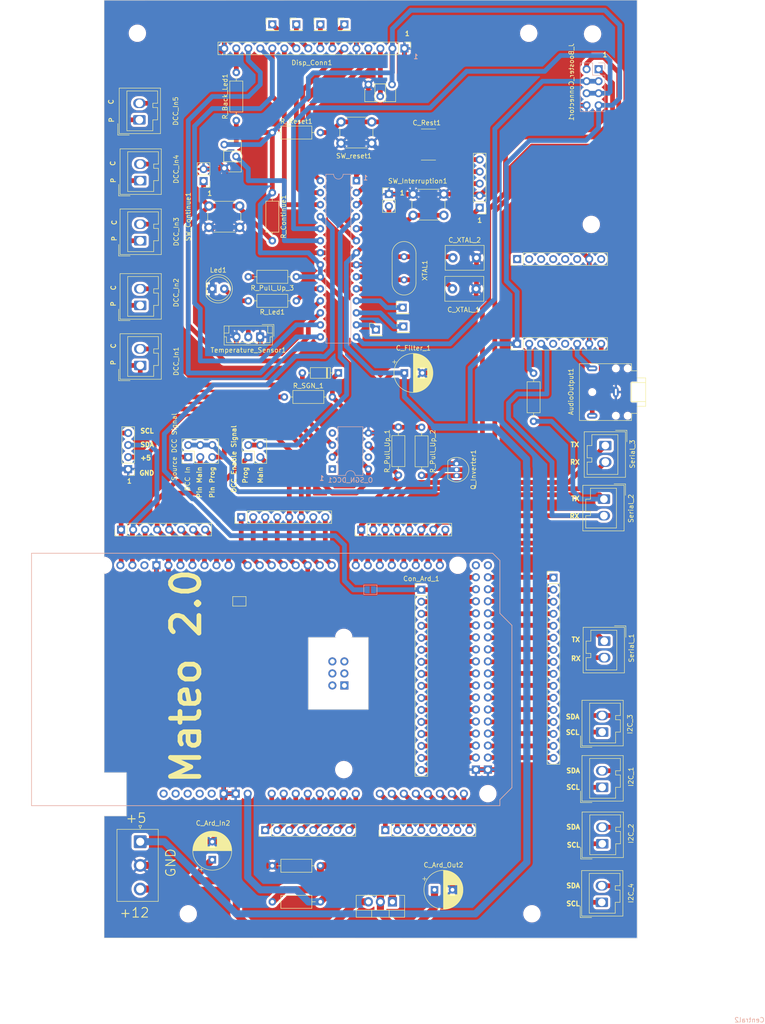
<source format=kicad_pcb>
(kicad_pcb (version 20221018) (generator pcbnew)
  (layers (0 "F.Cu" signal) (31 "B.Cu" signal) (34 "B.Paste" user) (35 "F.Paste" user) (36 "B.SilkS" user "B.Silkscreen") (37 "F.SilkS" user "F.Silkscreen") (38 "B.Mask" user) (39 "F.Mask" user) (44 "Edge.Cuts" user))
  (net 0 "")
  (net 1 "Net-(Arduino_1-~{RESET}{slash}PC6)")
  (net 2 "Net-(Arduino_1-PD0)")
  (net 3 "Net-(Arduino_1-PD1)")
  (net 4 "+5V")
  (net 5 "Earth")
  (net 6 "Net-(Arduino_1-PD2)")
  (net 7 "Net-(Arduino_1-PD3)")
  (net 9 "Net-(Arduino_1-PD4)")
  (net 10 "Net-(Arduino_1-XTAL1{slash}PB6)")
  (net 11 "Net-(Arduino_1-XTAL2{slash}PB7)")
  (net 12 "Net-(Arduino_1-PB0)")
  (net 13 "Net-(Arduino_1-PB1)")
  (net 14 "Net-(Arduino_1-PB2)")
  (net 15 "Net-(Arduino_1-PB3)")
  (net 16 "Net-(Arduino_1-PB4)")
  (net 17 "Net-(Arduino_1-PB5)")
  (net 18 "Net-(Arduino_1-PC0)")
  (net 19 "Net-(Arduino_1-PC1)")
  (net 20 "Net-(Arduino_1-PC2)")
  (net 24 "+12V")
  (net 27 "Net-(J2-Pin_1)")
  (net 28 "Net-(J2-Pin_2)")
  (net 29 "Net-(J2-Pin_3)")
  (net 30 "Net-(J2-Pin_4)")
  (net 31 "Net-(J2-Pin_5)")
  (net 32 "Net-(J2-Pin_6)")
  (net 33 "Net-(J2-Pin_7)")
  (net 34 "Net-(J2-Pin_8)")
  (net 35 "Net-(J3-Pin_1)")
  (net 36 "Net-(J3-Pin_2)")
  (net 37 "Net-(J3-Pin_3)")
  (net 38 "Net-(J3-Pin_4)")
  (net 39 "Net-(J3-Pin_5)")
  (net 40 "Net-(J3-Pin_6)")
  (net 41 "Net-(J3-Pin_7)")
  (net 42 "Net-(J3-Pin_8)")
  (net 44 "Net-(Central2-D0_RX0)")
  (net 45 "Net-(Central2-D1_TX0)")
  (net 46 "Net-(Central2-D2_INT0)")
  (net 47 "Net-(J4-Pin_4)")
  (net 48 "Net-(J4-Pin_3)")
  (net 49 "Net-(J4-Pin_2)")
  (net 50 "Net-(J5-Pin_7)")
  (net 51 "Net-(J5-Pin_6)")
  (net 52 "Net-(DCC_Select_1-Pin_3)")
  (net 53 "Net-(J5-Pin_3)")
  (net 54 "Net-(Central2-D14_TX3)")
  (net 55 "Net-(Central2-D15_RX3)")
  (net 56 "Net-(Central2-D16_TX2)")
  (net 57 "Net-(Central2-D18_TX1)")
  (net 58 "Net-(Central2-D19_RX1)")
  (net 59 "Net-(Central2-D20_SDA)")
  (net 60 "Net-(Central2-D21_SCL)")
  (net 61 "Net-(J4-Pin_1)")
  (net 62 "Net-(Con_Ard_5-Pin_1)")
  (net 63 "Net-(Con_Ard_1-Pin_2)")
  (net 64 "Net-(Con_Ard_5-Pin_2)")
  (net 65 "Net-(Con_Ard_1-Pin_3)")
  (net 66 "Net-(Con_Ard_5-Pin_3)")
  (net 67 "Net-(Con_Ard_1-Pin_4)")
  (net 68 "Net-(Con_Ard_5-Pin_4)")
  (net 69 "Net-(Con_Ard_1-Pin_5)")
  (net 70 "Net-(Con_Ard_5-Pin_5)")
  (net 71 "Net-(Con_Ard_1-Pin_6)")
  (net 72 "Net-(Con_Ard_5-Pin_6)")
  (net 73 "Net-(Con_Ard_1-Pin_7)")
  (net 74 "Net-(Con_Ard_5-Pin_7)")
  (net 75 "Net-(Con_Ard_1-Pin_8)")
  (net 76 "Net-(Con_Ard_5-Pin_8)")
  (net 77 "Net-(Con_Ard_1-Pin_9)")
  (net 78 "Net-(Con_Ard_5-Pin_9)")
  (net 79 "Net-(Con_Ard_1-Pin_10)")
  (net 80 "Net-(Con_Ard_5-Pin_10)")
  (net 81 "Net-(Con_Ard_1-Pin_11)")
  (net 82 "Net-(Con_Ard_5-Pin_11)")
  (net 83 "Net-(Con_Ard_1-Pin_12)")
  (net 84 "Net-(Con_Ard_5-Pin_12)")
  (net 85 "Net-(Con_Ard_1-Pin_13)")
  (net 86 "Net-(Con_Ard_5-Pin_13)")
  (net 87 "Net-(Con_Ard_1-Pin_14)")
  (net 88 "Net-(Con_Ard_5-Pin_14)")
  (net 89 "Net-(Con_Ard_1-Pin_15)")
  (net 90 "Net-(Con_Ard_5-Pin_15)")
  (net 91 "Net-(Con_Ard_1-Pin_16)")
  (net 92 "Net-(Central2-D53_SS)")
  (net 100 "Net-(J13-Pin_4)")
  (net 101 "Net-(J13-Pin_3)")
  (net 102 "Net-(U2-OUT)")
  (net 103 "Net-(Conn_Debuger_1-Pin_5)")
  (net 104 "Net-(DCC_In1-Pin_1)")
  (net 105 "Net-(DCC_In1-Pin_2)")
  (net 106 "Net-(DCC_Select_1-Pin_1)")
  (net 107 "Net-(DCC_Select_1-Pin_2)")
  (net 108 "Net-(Disp_Conn1-Pin_3)")
  (net 109 "Net-(Arduino_1-PD5)")
  (net 110 "Net-(Arduino_1-PD6)")
  (net 111 "Net-(Arduino_1-PD7)")
  (net 112 "Net-(Disp_Conn1-Pin_7)")
  (net 113 "Net-(Disp_Conn1-Pin_15)")
  (net 114 "Net-(D_SGN_1-K)")
  (net 115 "Net-(Led1-A)")
  (net 118 "Net-(U2-ADJ{slash}GND)")
  (net 119 "Net-(DCC_Enable_Sig_1-Pin_1)")
  (net 120 "Net-(J5-Pin_8)")
  (net 121 "Net-(Central2-D3_INT1)")
  (net 122 "Net-(J_Booster_Connector1-Pin_2)")
  (net 123 "Net-(Disp_Conn1-Pin_8)")
  (net 124 "Net-(Disp_Conn1-Pin_9)")
  (net 125 "Net-(Arduino_1-PC4)")
  (net 126 "Net-(Arduino_1-PC3)")
  (net 127 "Net-(Disp_Conn1-Pin_10)")
  (net 128 "Net-(Arduino_1-PC5)")
  (net 129 "Net-(Con_Ard_1-Pin_1)")
  (net 130 "Net-(DPF_Left1-Pin_8)")
  (net 131 "Net-(DPF_Left1-Pin_6)")
  (net 132 "Net-(Central2-D17_RX2)")
  (net 133 "Net-(DPF_Left1-Pin_2)")
  (footprint "Connector_Wago:Wago_734-132_1x02_P3.50mm_Vertical" (layer "F.Cu") (at 186.525 147.425 90)
    (fp_text reference "I2C_4")
    (fp_text value "I2C" hide)
  )
  (footprint "Connector_PinHeader_2.54mm:PinHeader_1x08_P2.54mm_Vertical" (layer "F.Cu") (at 84.859 68.665763 90)
    (fp_text reference "J5" hide)
    (fp_text value "Conn_01x08" hide)
  )
  (footprint "Connector_PinHeader_2.54mm:PinHeader_1x08_P2.54mm_Vertical" (layer "F.Cu") (at 135.659 68.665763 90)
    (fp_text reference "J1" hide)
    (fp_text value "Conn_01x08" hide)
  )
  (footprint "Connector_PinHeader_2.54mm:PinHeader_1x08_P2.54mm_Vertical" (layer "F.Cu") (at 110.259 66.04 90)
    (fp_text reference "J4" hide)
    (fp_text value "Conn_01x08" hide)
  )
  (footprint "Connector_JST:JST_NV_B03P-NV_1x03_P5.00mm_Vertical" (layer "F.Cu") (at 88.9 134.62 -90)
    (fp_text reference "Input1" hide)
    (fp_text value "Conn_01x03_Female" hide)
  )
  (footprint "Connector_PinHeader_2.54mm:PinHeader_1x08_P2.54mm_Vertical" (layer "F.Cu") (at 168.62 29.4 90)
    (fp_text reference "DPF_Left1" hide)
    (fp_text value "Conn_01x08_Pin" hide)
  )
  (footprint "Resistor_THT:R_Axial_DIN0207_L6.3mm_D2.5mm_P10.16mm_Horizontal" (layer "F.Cu") (at 119.38 40.64)
    (fp_text reference "R_SGN_1")
    (fp_text value "1K" hide)
  )
  (footprint "Resistor_THT:R_Axial_DIN0207_L6.3mm_D2.5mm_P10.16mm_Horizontal" (layer "F.Cu") (at 116.84 -15.24)
    (fp_text reference "R_Reset1")
    (fp_text value "10K" hide)
  )
  (footprint "Resistor_THT:R_Axial_DIN0207_L6.3mm_D2.5mm_P10.16mm_Horizontal" (layer "F.Cu") (at 121.92 20.32 180)
    (fp_text reference "R_Led1")
    (fp_text value "10K" hide)
  )
  (footprint "Resistor_THT:R_Axial_DIN0207_L6.3mm_D2.5mm_P10.16mm_Horizontal" (layer "F.Cu") (at 109.22 -17.78 90)
    (fp_text reference "R_Back_Led1")
    (fp_text value "135" hide)
  )
  (footprint "Potentiometer_THT:Potentiometer_ACP_CA6-H2,5_Horizontal" (layer "F.Cu") (at 142.16 -25.4 -90)
    (fp_text reference "RV1" hide)
    (fp_text value "R_Pot_Bck_Light")
  )
  (footprint "Connector_Wago:Wago_734-132_1x02_P3.50mm_Vertical" (layer "F.Cu") (at 186.6 111.45 90)
    (fp_text reference "I2C_3")
    (fp_text value "I2C" hide)
  )
  (footprint "Connector_PinHeader_2.54mm:PinHeader_1x01_P2.54mm_Vertical" (layer "F.Cu") (at 116.84 -38.1)
    (fp_text reference "J12" hide)
    (fp_text value "Conn_01x01" hide)
  )
  (footprint "Connector_PinHeader_2.54mm:PinHeader_1x16_P2.54mm_Vertical" (layer "F.Cu") (at 176.299 78.825763)
    (fp_text reference "Con_Ard_5" hide)
    (fp_text value "Conn_01x16" hide)
  )
  (footprint "MountingHole:MountingHole_3.2mm_M3_DIN965" (layer "F.Cu") (at 99.06 149.86)
    (fp_text reference "REF**" hide)
    (fp_text value "MountingHole_3.2mm_M3_DIN965" hide)
  )
  (footprint "Connector_PinHeader_2.54mm:PinHeader_1x04_P2.54mm_Vertical" (layer "F.Cu") (at 86.36 55.88 180)
    (fp_text reference "J13" hide)
    (fp_text value "Conn_01x04" hide)
  )
  (footprint "Connector_Wago:Wago_734-132_1x02_P3.50mm_Vertical" (layer "F.Cu") (at 186.6 123.125 90)
    (fp_text reference "I2C_1")
    (fp_text value "I2C" hide)
  )
  (footprint "Capacitor_THT:CP_Radial_D8.0mm_P3.80mm" (layer "F.Cu") (at 144.78 35.56)
    (fp_text reference "C_Filter_1")
    (fp_text value "47uF" hide)
  )
  (footprint "Crystal:Crystal_HC49-U_Vertical" (layer "F.Cu") (at 144.7 15.88 90)
    (fp_text reference "XTAL1")
    (fp_text value "Crystal 16 Mhz" hide)
  )
  (footprint "Connector_PinHeader_2.54mm:PinHeader_1x08_P2.54mm_Vertical" (layer "F.Cu") (at 140.739 132.165763 90)
    (fp_text reference "J3" hide)
    (fp_text value "Conn_01x08" hide)
  )
  (footprint "Package_TO_SOT_THT:TO-220-3_Vertical" (layer "F.Cu") (at 142.24 147.32 180)
    (fp_text reference "U2" hide)
    (fp_text value "LD1086V-DG" hide)
  )
  (footprint "MountingHole:MountingHole_3.2mm_M3_DIN965" (layer "F.Cu") (at 88.3 -36.225)
    (fp_text reference "REF**" hide)
    (fp_text value "MountingHole_3.2mm_M3_DIN965" hide)
  )
  (footprint "Capacitor_THT:C_Disc_D8.0mm_W5.0mm_P5.00mm" (layer "F.Cu") (at 155.02 11.23)
    (fp_text reference "C_XTAL_2")
    (fp_text value "22 pF" hide)
  )
  (footprint "Jumper:SolderJumper-2_P1.3mm_Open_Pad1.0x1.5mm" (layer "F.Cu") (at 109.87 83.82)
    (fp_text reference "JP1" hide)
    (fp_text value "Jumper_2_Open" hide)
  )
  (footprint "Connector_Wago:Wago_734-132_1x02_P3.50mm_Vertical" (layer "F.Cu") (at 88.725 -17.925 90)
    (fp_text reference "DCC_In5")
    (fp_text value "DCC" hide)
  )
  (footprint "MountingHole:MountingHole_3.2mm_M3_DIN965" (layer "F.Cu") (at 171.75 149.85)
    (fp_text reference "REF**" hide)
    (fp_text value "MountingHole_3.2mm_M3_DIN965" hide)
  )
  (footprint "MountingHole:MountingHole_3.2mm_M3_DIN965" (layer "F.Cu") (at 184.575 -36.075)
    (fp_text reference "REF**" hide)
    (fp_text value "MountingHole_3.2mm_M3_DIN965" hide)
  )
  (footprint "Resistor_THT:R_Axial_DIN0207_L6.3mm_D2.5mm_P10.16mm_Horizontal" (layer "F.Cu") (at 116.84 139.7)
    (fp_text reference "R_Ard_3" hide)
    (fp_text value "3K9")
  )
  (footprint "Capacitor_THT:C_Disc_D8.0mm_W5.0mm_P5.00mm" (layer "F.Cu") (at 154.94 17.78)
    (fp_text reference "C_XTAL_1")
    (fp_text value "22 pF" hide)
  )
  (footprint "Connector_PinHeader_2.54mm:PinHeader_1x16_P2.54mm_Vertical" (layer "F.Cu") (at 144.78 -33.02 -90)
    (fp_text reference "Disp_Conn1")
    (fp_text value "Conn_01x16" hide)
  )
  (footprint "Connector_Wago:Wago_734-132_1x02_P3.50mm_Vertical" (layer "F.Cu") (at 88.9 33.98 90)
    (fp_text reference "DCC_In1")
    (fp_text value "DCC" hide)
  )
  (footprint "Capacitor_THT:CP_Radial_D8.0mm_P3.80mm" (layer "F.Cu") (at 151.14 144.78)
    (fp_text reference "C_Ard_Out2")
    (fp_text value "10uF" hide)
  )
  (footprint "Resistor_THT:R_Axial_DIN0207_L6.3mm_D2.5mm_P10.16mm_Horizontal" (layer "F.Cu") (at 121.92 15.24 180)
    (fp_text reference "R_Pull_Up_3")
    (fp_text value "10K" hide)
  )
  (footprint "Connector_PinHeader_2.54mm:PinHeader_1x01_P2.54mm_Vertical" (layer "F.Cu") (at 121.92 -38.1)
    (fp_text reference "J11" hide)
    (fp_text value "Conn_01x01" hide)
  )
  (footprint "Connector_JST:JST_EH_B3B-EH-A_1x03_P2.50mm_Vertical" (layer "F.Cu") (at 114.26 27.94 180)
    (fp_text reference "Temperature_Sensor1")
    (fp_text value "Conn_01x03_Female" hide)
  )
  (footprint "Connector_PinHeader_2.54mm:PinHeader_2x03_P2.54mm_Vertical" (layer "F.Cu") (at 99.06 53.34 90)
    (fp_text reference "DCC_Select_1" hide)
    (fp_text value "Conn_02x03_Odd_Even" hide)
  )
  (footprint "Package_TO_SOT_THT:TO-92_Inline" (layer "F.Cu") (at 155.81 54.73 -90)
    (fp_text reference "Q_Inverter1")
    (fp_text value "2N7000" hide)
  )
  (footprint "Connector_PinHeader_2.54mm:PinHeader_1x08_P2.54mm_Vertical" (layer "F.Cu") (at 115.339 132.165763 90)
    (fp_text reference "J2" hide)
    (fp_text value "Conn_01x08" hide)
  )
  (footprint "Connector_PinHeader_2.54mm:PinHeader_1x05_P2.54mm_Vertical" (layer "F.Cu") (at 160.7 0.635 180)
    (fp_text reference "Conn_Debuger_1" hide)
    (fp_text value "Debuger")
  )
  (footprint "Connector_PinHeader_2.54mm:PinHeader_1x01_P2.54mm_Vertical" (layer "F.Cu") (at 144.55 25.75)
    (fp_text reference "J7" hide)
    (fp_text value "Conn_01x01" hide)
  )
  (footprint "Connector_PinHeader_2.54mm:PinHeader_1x08_P2.54mm_Vertical" (layer "F.Cu") (at 168.62 11.5 90)
    (fp_text reference "DPF_Right1" hide)
    (fp_text value "Conn_01x08_Pin" hide)
  )
  (footprint "Connector_PinHeader_2.54mm:PinHeader_1x16_P2.54mm_Vertical" (layer "F.Cu") (at 148.359 81.365763)
    (fp_text reference "Con_Ard_1")
    (fp_text value "Conn_01x16")
  )
  (footprint "Connector_Wago:Wago_734-132_1x02_P3.50mm_Vertical" (layer "F.Cu") (at 186.975 62.225 -90)
    (fp_text reference "Serial_2")
    (fp_text value "Serial" hide)
  )
  (footprint "Resistor_THT:R_Axial_DIN0207_L6.3mm_D2.5mm_P10.16mm_Horizontal" (layer "F.Cu") (at 172.1 45.78 90)
    (fp_text reference "R_Audio1" hide)
    (fp_text value "1k" hide)
  )
  (footprint "Arduino:Arduino_Mega2560_Shield" (layer "F.Cu") (at 65.913 127)
    (fp_text reference "Central2")
    (fp_text value "Arduino_Mega2560_Shield" hide)
  )
  (footprint "Resistor_THT:R_Axial_DIN0207_L6.3mm_D2.5mm_P10.16mm_Horizontal" (layer "F.Cu") (at 148.41 47.04 -90)
    (fp_text reference "R_Pull_Up_2")
    (fp_text value "1K" hide)
  )
  (footprint "Button_Switch_THT:SW_PUSH_6mm_H5mm" (layer "F.Cu") (at 109.93 4.79 180)
    (fp_text reference "SW_Continue1")
    (fp_text value "SW_DIP_x01" hide)
  )
  (footprint "Connector_PinHeader_2.54mm:PinHeader_1x01_P2.54mm_Vertical" (layer "F.Cu") (at 127 -38.1)
    (fp_text reference "J10" hide)
    (fp_text value "Conn_01x01" hide)
  )
  (footprint "Resistor_THT:R_Axial_DIN0207_L6.3mm_D2.5mm_P10.16mm_Horizontal" (layer "F.Cu") (at 116.84 -2.54 -90)
    (fp_text reference "R_Continue1")
    (fp_text value "10K" hide)
  )
  (footprint "Connector_Wago:Wago_734-132_1x02_P3.50mm_Vertical" (layer "F.Cu") (at 187.275 50.9 -90)
    (fp_text reference "Serial_3")
    (fp_text value "Serial" hide)
  )
  (footprint "Connector_Wago:Wago_734-132_1x02_P3.50mm_Vertical" (layer "F.Cu") (at 186.625 135.05 90)
    (fp_text reference "I2C_2")
    (fp_text value "I2C" hide)
  )
  (footprint "Connector_Wago:Wago_734-132_1x02_P3.50mm_Vertical" (layer "F.Cu") (at 88.9 7.62 90)
    (fp_text reference "DCC_In3")
    (fp_text value "DCC" hide)
  )
  (footprint "Connector_PinHeader_2.54mm:PinHeader_2x02_P2.54mm_Vertical" (layer "F.Cu") (at 111.76 53.34 90)
    (fp_text reference "DCC_Enable_Sig_1" hide)
    (fp_text value "Conn_02x02_Odd_Even" hide)
  )
  (footprint "MountingHole:MountingHole_3.2mm_M3_DIN965" (layer "F.Cu") (at 184.3 4.175)
    (fp_text reference "REF**" hide)
    (fp_text value "MountingHole_3.2mm_M3_DIN965" hide)
  )
  (footprint "Capacitor_SMD:C_2225_5664Metric_Pad1.80x6.60mm_HandSolder" (layer "F.Cu") (at 149.86 -12.7 180)
    (fp_text reference "C_Rest1")
    (fp_text value "100nF" hide)
  )
  (footprint "Connector_Audio:Jack_3.5mm_CUI_SJ1-3523N_Horizontal" (layer "F.Cu") (at 189.5 39.6 90)
    (fp_text reference "AudioOutput1")
    (fp_text value "AudioJack3" hide)
    (fp_line (start -2.2 3.5) (end -2.2 4.5) (stroke (width 0.12)) (layer "Edge.Cuts"))
    (fp_line (start -2.2 4.5) (end -6.5 4.5) (stroke (width 0.12)) (layer "Edge.Cuts"))
    (fp_line (start 1.8 3.1) (end -1.8 3.1) (stroke (width 0.12)) (layer "Edge.Cuts"))
    (fp_line (start 2.2 3.5) (end 2.2 4.5) (stroke (width 0.12)) (layer "Edge.Cuts"))
    (fp_line (start 2.2 4.5) (end 6.5 4.5) (stroke (width 0.12)) (layer "Edge.Cuts"))
    (fp_arc (start -2.2 3.5) (mid -2.082842 3.217158) (end -1.8 3.1) (stroke (width 0.12)) (layer "Edge.Cuts"))
    (fp_arc (start 1.8 3.1) (mid 2.082843 3.217157) (end 2.2 3.5) (stroke (width 0.12)) (layer "Edge.Cuts"))
  )
  (footprint "Connector_Wago:Wago_734-132_1x02_P3.50mm_Vertical" (layer "F.Cu") (at 88.9 21.28 90)
    (fp_text reference "DCC_In2")
    (fp_text value "DCC" hide)
  )
  (footprint "Connector_PinHeader_2.54mm:PinHeader_1x01_P2.54mm_Vertical" (layer "F.Cu") (at 132.08 -38.1)
    (fp_text reference "J9" hide)
    (fp_text value "Conn_01x01" hide)
  )
  (footprint "Connector_PinHeader_2.54mm:PinHeader_1x02_P2.54mm_Vertical" (layer "F.Cu") (at 102.3 -4.985 180)
    (fp_text reference "J14" hide)
    (fp_text value "Conn_01x02_Pin" hide)
  )
  (footprint "Resistor_THT:R_Axial_DIN0207_L6.3mm_D2.5mm_P10.16mm_Horizontal" (layer "F.Cu") (at 116.84 147.32)
    (fp_text reference "R_Ard_4" hide)
    (fp_text value "560")
  )
  (footprint "Button_Switch_THT:SW_PUSH_6mm_H5mm" (layer "F.Cu") (at 137.87 -12.99 180)
    (fp_text reference "SW_reset1")
    (fp_text value "SW_DIP_x01" hide)
  )
  (footprint "Resistor_THT:R_Axial_DIN0207_L6.3mm_D2.5mm_P10.16mm_Horizontal" (layer "F.Cu") (at 143.5 57.16 90)
    (fp_text reference "R_Pull_Up_1")
    (fp_text value "10K" hide)
  )
  (footprint "Potentiometer_THT:Potentiometer_ACP_CA6-H2,5_Horizontal" (layer "F.Cu") (at 106.68 -12.7)
    (fp_text reference "RV2" hide)
    (fp_text value "R_Pot_Curr")
  )
  (footprint "Connector_PinHeader_2.54mm:PinHeader_1x01_P2.54mm_Vertical" (layer "F.Cu") (at 144.4 21.75)
    (fp_text reference "J6" hide)
    (fp_text value "Conn_01x01" hide)
  )
  (footprint "Connector_Wago:Wago_734-132_1x02_P3.50mm_Vertical" (layer "F.Cu") (at 187.05 92.225 -90)
    (fp_text reference "Serial_1")
    (fp_text value "Serial" hide)
  )
  (footprint "LED_THT:LED_D5.0mm_IRGrey" (layer "F.Cu") (at 104.14 17.78)
    (fp_text reference "Led1")
    (fp_text value "CQY99" hide)
  )
  (footprint "Capacitor_THT:CP_Radial_D8.0mm_P3.80mm" (layer "F.Cu") (at 104.14 138.42 90)
    (fp_text reference "C_Ard_In2")
    (fp_text value "10uF" hide)
  )
  (footprint "Button_Switch_THT:SW_PUSH_6mm_H5mm" (layer "F.Cu") (at 146.61 -2.25)
    (fp_text reference "SW_Interruption1")
    (fp_text value "SW_DIP_x01" hide)
  )
  (footprint "Diode_THT:D_DO-35_SOD27_P7.62mm_Horizontal" (layer "F.Cu") (at 130.81 35.56 180)
    (fp_text reference "D_SGN_1" hide)
    (fp_text value "1N4148" hide)
  )
  (footprint "MountingHole:MountingHole_3.2mm_M3_DIN965" (layer "F.Cu") (at 171.075 -36.225)
    (fp_text reference "REF**" hide)
    (fp_text value "MountingHole_3.2mm_M3_DIN965" hide)
  )
  (footprint "Connector_PinHeader_2.54mm:PinHeader_1x01_P2.54mm_Vertical" (layer "F.Cu") (at 138.75 26.4)
    (fp_text reference "J8" hide)
    (fp_text value "Conn_01x01" hide)
  )
  (footprint "Connector_Wago:Wago_734-132_1x02_P3.50mm_Vertical" (layer "F.Cu") (at 88.9 -5.08 90)
    (fp_text reference "DCC_In4")
    (fp_text value "DCC" hide)
  )
  (footprint "Connector_PinHeader_2.54mm:PinHeader_1x02_P2.54mm_Vertical" (layer "F.Cu") (at 141.5 -2.225)
    (fp_text reference "J16" hide)
    (fp_text value "Conn_01x02_Pin" hide)
  )
  (footprint "Package_DIP:DIP-8_W7.62mm" (layer "B.Cu") (at 129.54 55.88)
    (fp_text reference "O_SGN_DCC1")
    (fp_text value "6N136" hide)
  )
  (footprint "Package_DIP:DIP-28_W7.62mm" (layer "B.Cu") (at 134.62 -5.08 180)
    (fp_text reference "Arduino_1" hide)
    (fp_text value "ATmega328-P")
  )
  (footprint "Jumper:SolderJumper-2_P1.3mm_Open_Pad1.0x1.5mm" (layer "B.Cu") (at 137.575 81.375)
    (fp_text reference "JP2" hide)
    (fp_text value "Jumper_2_Open" hide)
  )
  (footprint "Connector_PinHeader_2.54mm:PinHeader_2x04_P2.54mm_Vertical" (layer "B.Cu") (at 185.85 -28.625 180)
    (fp_text reference "J_Booster_Connector1")
    (fp_text value "Conn_01x08_Female" hide)
  )
  (gr_line (start 194 155) (end 81.28 154.94) (stroke (width 0.1)) (layer "Edge.Cuts"))
  (gr_line (start 81.28 154.94) (end 81.3 129.2) (stroke (width 0.1)) (layer "Edge.Cuts"))
  (gr_line (start 81.3 120) (end 81.28 -43.18) (stroke (width 0.1)) (layer "Edge.Cuts"))
  (gr_line (start 81.3 129.2) (end 86 129.2) (stroke (width 0.1)) (layer "Edge.Cuts"))
  (gr_line (start 194 33.1) (end 194 -43.2) (stroke (width 0.1)) (layer "Edge.Cuts"))
  (gr_poly (pts (xy 124.46 91.44) (xy 124.46 106.68) (xy 137.16 106.68) (xy 137.16 91.44)) (stroke (width 0.1)) (fill none) (layer "Edge.Cuts"))
  (gr_line (start 86 129.2) (end 86 120) (stroke (width 0.1)) (layer "Edge.Cuts"))
  (gr_line (start 194 -43.2) (end 193.3 -43.2) (stroke (width 0.1)) (layer "Edge.Cuts"))
  (gr_line (start 81.28 -43.18) (end 193.3 -43.2) (stroke (width 0.1)) (layer "Edge.Cuts"))
  (gr_line (start 86 120) (end 81.3 120) (stroke (width 0.1)) (layer "Edge.Cuts"))
  (gr_line (start 194 46.1) (end 194 155) (stroke (width 0.1)) (layer "Edge.Cuts"))
  (gr_text "1" (at 137.16 -5.08) (layer "B.SilkS") (effects (font (size 1 1) (thickness 0.2) bold) (justify left bottom mirror)))
  (gr_text "1" (at 127.9 58.4) (layer "B.SilkS") (effects (font (size 1 1) (thickness 0.2) bold) (justify left bottom mirror)))
  (gr_text "1" (at 147.8 -30.7) (layer "B.SilkS") (effects (font (size 1 1) (thickness 0.2) bold) (justify left bottom mirror)))
  (gr_text "SCL" (at 88.8 48.4) (layer "F.SilkS") (effects (font (size 1 1) (thickness 0.25) bold) (justify left bottom)))
  (gr_text "C" (at 83.325 -21.1 90) (layer "F.SilkS") (effects (font (size 1 1) (thickness 0.2) bold) (justify left bottom)))
  (gr_text "SDA" (at 178.9 120.2) (layer "F.SilkS") (effects (font (size 1 1) (thickness 0.25) bold) (justify left bottom)))
  (gr_text "TX" (at 179.8 51.3) (layer "F.SilkS") (effects (font (size 1 1) (thickness 0.25) bold) (justify left bottom)))
  (gr_text "GND" (at 96.52 142.24 90) (layer "F.SilkS") (effects (font (size 2 2) (thickness 0.2)) (justify left bottom)))
  (gr_text "SDA" (at 178.8 108.8) (layer "F.SilkS") (effects (font (size 1 1) (thickness 0.25) bold) (justify left bottom)))
  (gr_text "RX" (at 179.7 55) (layer "F.SilkS") (effects (font (size 1 1) (thickness 0.25) bold) (justify left bottom)))
  (gr_text "P" (at 84 7.8 90) (layer "F.SilkS") (effects (font (size 1 1) (thickness 0.2) bold) (justify left bottom)))
  (gr_text "C" (at 83.7 -8.1 90) (layer "F.SilkS") (effects (font (size 1 1) (thickness 0.2) bold) (justify left bottom)))
  (gr_text "1" (at 86 59) (layer "F.SilkS") (effects (font (size 1 1) (thickness 0.2) bold) (justify left bottom)))
  (gr_text "1" (at 160.1 3.9) (layer "F.SilkS") (effects (font (size 1 1) (thickness 0.2) bold) (justify left bottom)))
  (gr_text "C" (at 83.82 30.48 90) (layer "F.SilkS") (effects (font (size 1 1) (thickness 0.2) bold) (justify left bottom)))
  (gr_text "Pin Main" (at 102 62.1 90) (layer "F.SilkS") (effects (font (size 1 1) (thickness 0.2) bold) (justify left bottom)))
  (gr_text "SCL" (at 178.9 123.7) (layer "F.SilkS") (effects (font (size 1 1) (thickness 0.25) bold) (justify left bottom)))
  (gr_text "+12" (at 84.4 150.8) (layer "F.SilkS") (effects (font (size 2 2) (thickness 0.2)) (justify left bottom)))
  (gr_text "SCL" (at 178.9 148.3) (layer "F.SilkS") (effects (font (size 1 1) (thickness 0.25) bold) (justify left bottom)))
  (gr_text "P" (at 83.8 34 90) (layer "F.SilkS") (effects (font (size 1 1) (thickness 0.2) bold) (justify left bottom)))
  (gr_text "RX" (at 179.9 96.5) (layer "F.SilkS") (effects (font (size 1 1) (thickness 0.25) bold) (justify left bottom)))
  (gr_text "+5" (at 85.7 130.8) (layer "F.SilkS") (effects (font (size 2 2) (thickness 0.2)) (justify left bottom)))
  (gr_text "Mateo 2.0" (at 102.1 122.9 90) (layer "F.SilkS") (effects (font (size 6 6) (thickness 1) bold) (justify left bottom)))
  (gr_text "SDA" (at 178.9 132.1) (layer "F.SilkS") (effects (font (size 1 1) (thickness 0.25) bold) (justify left bottom)))
  (gr_text "TX" (at 179.9 62.7) (layer "F.SilkS") (effects (font (size 1 1) (thickness 0.25) bold) (justify left bottom)))
  (gr_text "+5" (at 88.8 54.1) (layer "F.SilkS") (effects (font (size 1 1) (thickness 0.25) bold) (justify left bottom)))
  (gr_text "Prog" (at 111.7 59 90) (layer "F.SilkS") (effects (font (size 1 1) (thickness 0.2) bold) (justify left bottom)))
  (gr_text "TX" (at 180 92.5) (layer "F.SilkS") (effects (font (size 1 1) (thickness 0.25) bold) (justify left bottom)))
  (gr_text "RX" (at 179.6 66.4) (layer "F.SilkS") (effects (font (size 1 1) (thickness 0.25) bold) (justify left bottom)))
  (gr_text "P" (at 83.8 21.6 90) (layer "F.SilkS") (effects (font (size 1 1) (thickness 0.2) bold) (justify left bottom)))
  (gr_text "Main" (at 114.9 59 90) (layer "F.SilkS") (effects (font (size 1 1) (thickness 0.2) bold) (justify left bottom)))
  (gr_text "C" (at 84 4.4 90) (layer "F.SilkS") (effects (font (size 1 1) (thickness 0.2) bold) (justify left bottom)))
  (gr_text "DCC Enable Signal" (at 109.3 60.96 90) (layer "F.SilkS") (effects (font (size 1 1) (thickness 0.2) bold) (justify left bottom)))
  (gr_text "P" (at 83.8 -4.5 90) (layer "F.SilkS") (effects (font (size 1 1) (thickness 0.2) bold) (justify left bottom)))
  (gr_text "SCL" (at 179 135.9) (layer "F.SilkS") (effects (font (size 1 1) (thickness 0.25) bold) (justify left bottom)))
  (gr_text "GND" (at 88.6 57.3) (layer "F.SilkS") (effects (font (size 1 1) (thickness 0.25) bold) (justify left bottom)))
  (gr_text "SCL" (at 178.8 112.1) (layer "F.SilkS") (effects (font (size 1 1) (thickness 0.25) bold) (justify left bottom)))
  (gr_text "1" (at 186.6 -31.1) (layer "F.SilkS") (effects (font (size 1 1) (thickness 0.2) bold) (justify left bottom)))
  (gr_text "C" (at 83.82 18.2 90) (layer "F.SilkS") (effects (font (size 1 1) (thickness 0.2) bold) (justify left bottom)))
  (gr_text "Source DCC Signal" (at 96.7 58.42 90) (layer "F.SilkS") (effects (font (size 1 1)) (justify left bottom)))
  (gr_text "SDA" (at 178.9 144.5) (layer "F.SilkS") (effects (font (size 1 1) (thickness 0.25) bold) (justify left bottom)))
  (gr_text "1" (at 143.7 -1.9) (layer "F.SilkS") (effects (font (size 1 1) (thickness 0.2) bold) (justify left bottom)))
  (gr_text "1" (at 144.78 -35.56) (layer "F.SilkS") (effects (font (size 1 1) (thickness 0.2) bold) (justify left bottom)))
  (gr_text "DCC In" (at 99.5 60.6 90) (layer "F.SilkS") (effects (font (size 1 1)) (justify left bottom)))
  (gr_text "1" (at 103 -1.8) (layer "F.SilkS") (effects (font (size 1 1) (thickness 0.2) bold) (justify left bottom)))
  (gr_text "SDA" (at 88.8 51.3) (layer "F.SilkS") (effects (font (size 1 1) (thickness 0.25) bold) (justify left bottom)))
  (gr_text "P" (at 83.425 -17.275 90) (layer "F.SilkS") (effects (font (size 1 1) (thickness 0.2) bold) (justify left bottom)))
  (gr_text "Pin Prog" (at 104.7 62.1 90) (layer "F.SilkS") (effects (font (size 1 1) (thickness 0.2) bold) (justify left bottom)))
  (segment (start 134.62 -6.295) (end 138.275 -9.95) (width 1) (layer "F.Cu") (net 1))
  (segment (start 137.87 -17.49) (end 142.445 -17.49) (width 1) (layer "F.Cu") (net 1))
  (segment (start 129.12 -15.24) (end 131.37 -17.49) (width 1) (layer "F.Cu") (net 1))
  (segment (start 142.445 -17.49) (end 147.235 -12.7) (width 1) (layer "F.Cu") (net 1))
  (segment (start 144.485 -9.95) (end 147.235 -12.7) (width 1) (layer "F.Cu") (net 1))
  (segment (start 131.37 -17.49) (end 137.87 -17.49) (width 1) (layer "F.Cu") (net 1))
  (segment (start 134.62 -5.08) (end 134.62 -6.295) (width 1) (layer "F.Cu") (net 1))
  (segment (start 138.275 -9.95) (end 144.485 -9.95) (width 1) (layer "F.Cu") (net 1))
  (segment (start 127 -15.24) (end 129.12 -15.24) (width 1) (layer "F.Cu") (net 1))
  (segment (start 157.48 -7.62) (end 158.115 -6.985) (width 1) (layer "F.Cu") (net 2))
  (segment (start 158.115 -6.985) (end 160.7 -6.985) (width 1) (layer "F.Cu") (net 2))
  (segment (start 134.965 -2.54) (end 140.045 -7.62) (width 1) (layer "F.Cu") (net 2))
  (segment (start 134.62 -2.54) (end 134.965 -2.54) (width 1) (layer "F.Cu") (net 2))
  (segment (start 140.045 -7.62) (end 157.48 -7.62) (width 1) (layer "F.Cu") (net 2))
  (segment (start 140.105 -5.08) (end 157.48 -5.08) (width 1) (layer "F.Cu") (net 3))
  (segment (start 158.115 -4.445) (end 160.7 -4.445) (width 1) (layer "F.Cu") (net 3))
  (segment (start 135.025 0) (end 140.105 -5.08) (width 1) (layer "F.Cu") (net 3))
  (segment (start 134.62 0) (end 135.025 0) (width 1) (layer "F.Cu") (net 3))
  (segment (start 157.48 -5.08) (end 158.115 -4.445) (width 1) (layer "F.Cu") (net 3))
  (segment (start 134.62 53.34) (end 134.62 45.72) (width 1) (layer "F.Cu") (net 4))
  (segment (start 134.62 60.96) (end 137.16 58.42) (width 1) (layer "F.Cu") (net 4))
  (segment (start 119.38 43.18) (end 127 50.8) (width 1) (layer "F.Cu") (net 4))
  (segment (start 127 15.24) (end 132.08 20.32) (width 1) (layer "F.Cu") (net 4))
  (segment (start 134.62 45.72) (end 135.88 44.46) (width 1) (layer "F.Cu") (net 4))
  (segment (start 93.98 43.18) (end 119.38 43.18) (width 1) (layer "F.Cu") (net 4))
  (segment (start 137.16 55.88) (end 134.62 53.34) (width 1) (layer "F.Cu") (net 4))
  (segment (start 138.36 6.42) (end 154.915 6.42) (width 1) (layer "F.Cu") (net 4))
  (segment (start 127 58.42) (end 129.54 60.96) (width 1) (layer "F.Cu") (net 4))
  (segment (start 143.5 47) (end 142.24 47) (width 1) (layer "F.Cu") (net 4))
  (segment (start 89.735 53.34) (end 91.85 51.225) (width 1) (layer "F.Cu") (net 4))
  (segment (start 142.24 35.56) (end 144.78 35.56) (width 1) (layer "F.Cu") (net 4))
  (segment (start 91.85 51.225) (end 91.85 45.31) (width 1) (layer "F.Cu") (net 4))
  (segment (start 109.22 -15.24) (end 109.22 -17.78) (width 1) (layer "F.Cu") (net 4))
  (segment (start 129.54 60.96) (end 134.62 60.96) (width 1) (layer "F.Cu") (net 4))
  (segment (start 132.08 20.32) (end 132.08 30.48) (width 1) (layer "F.Cu") (net 4))
  (segment (start 109.22 -12.7) (end 106.68 -12.7) (width 1) (layer "F.Cu") (net 4))
  (segment (start 154.915 6.42) (end 160.7 0.635) (width 1) (layer "F.Cu") (net 4))
  (segment (start 134.62 10.16) (end 138.36 6.42) (width 1) (layer "F.Cu") (net 4))
  (segment (start 139.7 38.1) (end 139.7 44.46) (width 1) (layer "F.Cu") (net 4))
  (segment (start 109.22 -15.24) (end 116.84 -15.24) (width 1) (layer "F.Cu") (net 4))
  (segment (start 148.41 47.04) (end 143.54 47.04) (width 1) (layer "F.Cu") (net 4))
  (segment (start 86.36 53.34) (end 89.735 53.34) (width 1) (layer "F.Cu") (net 4))
  (segment (start 132.08 30.48) (end 139.7 38.1) (width 1) (layer "F.Cu") (net 4))
  (segment (start 142.24 47) (end 139.7 44.46) (width 1) (layer "F.Cu") (net 4))
  (segment (start 91.85 45.31) (end 93.98 43.18) (width 1) (layer "F.Cu") (net 4))
  (segment (start 135.88 44.46) (end 139.7 44.46) (width 1) (layer "F.Cu") (net 4))
  (segment (start 142.16 -32.94) (end 142.24 -33.02) (width 1) (layer "F.Cu") (net 4))
  (segment (start 139.7 38.1) (end 142.24 35.56) (width 1) (layer "F.Cu") (net 4))
  (segment (start 127 50.8) (end 127 58.42) (width 1) (layer "F.Cu") (net 4))
  (segment (start 143.54 47.04) (end 143.5 47) (width 1) (layer "F.Cu") (net 4))
  (segment (start 116.84 -2.54) (end 116.84 -15.24) (width 1) (layer "F.Cu") (net 4))
  (segment (start 109.22 -12.7) (end 109.22 -15.24) (width 1) (layer "F.Cu") (net 4))
  (segment (start 137.16 58.42) (end 137.16 55.88) (width 1) (layer "F.Cu") (net 4))
  (segment (start 142.16 -25.4) (end 142.16 -32.94) (width 1) (layer "F.Cu") (net 4))
  (segment (start 124.46 10.16) (end 114.3 10.16) (width 1) (layer "B.Cu") (net 4))
  (segment (start 121.92 15.24) (end 127 15.24) (width 1) (layer "B.Cu") (net 4))
  (segment (start 171.25 -13.55) (end 183.15 -13.55) (width 1) (layer "B.Cu") (net 4))
  (segment (start 106.68 -12.7) (end 114.3 -12.7) (width 1) (layer "B.Cu") (net 4))
  (segment (start 142.16 -27.86) (end 142.16 -25.4) (width 1) (layer "B.Cu") (net 4))
  (segment (start 134.62 10.16) (end 132.5 12.28) (width 1) (layer "B.Cu") (net 4))
  (segment (start 168.62 18.445) (end 166.35 16.175) (width 1) (layer "B.Cu") (net 4))
  (segment (start 138.11 35.56) (end 144.78 35.56) (width 1) (layer "B.Cu") (net 4))
  (segment (start 166.35 -8.65) (end 171.25 -13.55) (width 1) (layer "B.Cu") (net 4))
  (segment (start 158.7 47) (end 151.12 47) (width 1.5) (layer "B.Cu") (net 4))
  (segment (start 88.9 134.62) (end 93.98 134.62) (width 1.5) (layer "B.Cu") (net 4))
  (segment (start 190.325 -22.55) (end 190.325 -37.925) (width 1) (layer "B.Cu") (net 4))
  (segment (start 114.3 10.16) (end 114.3 0) (width 1) (layer "B.Cu") (net 4))
  (segment (start 170.6 55.75) (end 170.6 53.76) (width 1.5) (layer "B.Cu") (net 4))
  (segment (start 114.3 -12.7) (end 116.84 -15.24) (width 1) (layer "B.Cu") (net 4))
  (segment (start 158.7 34.475) (end 163.775 29.4) (width 1) (layer "B.Cu") (net 4))
  (segment (start 142.16 -27.86) (end 142.24 -27.94) (width 1) (layer "B.Cu") (net 4))
  (segment (start 188.78 -21.005) (end 190.325 -22.55) (width 1) (layer "B.Cu") (net 4))
  (segment (start 116.84 -15.24) (end 124.46 -22.86) (width 1) (layer "B.Cu") (net 4))
  (segment (start 127 15.24) (end 127 12.7) (width 1) (layer "B.Cu") (net 4))
  (segment (start 185.85 -16.25) (end 185.85 -21.005) (width 1) (layer "B.Cu") (net 4))
  (segment (start 93.98 134.62) (end 109.22 149.86) (width 1.5) (layer "B.Cu") (net 4))
  (segment (start 142.24 -37.19) (end 142.24 -33.02) (width 1) (layer "B.Cu") (net 4))
  (segment (start 144.78 40.66) (end 144.78 35.56) (width 1) (layer "B.Cu") (net 4))
  (segment (start 158.7 47) (end 158.7 34.475) (width 1) (layer "B.Cu") (net 4))
  (segment (start 132.5 12.28) (end 132.5 29.95) (width 1) (layer "B.Cu") (net 4))
  (segment (start 127 12.7) (end 124.46 10.16) (width 1) (layer "B.Cu") (net 4))
  (segment (start 142.16 -27.86) (end 125.495 -27.86) (width 1) (layer "B.Cu") (net 4))
  (segment (start 125.495 -27.86) (end 124.46 -26.825) (width 1) (layer "B.Cu") (net 4))
  (segment (start 185.85 -21.005) (end 188.78 -21.005) (width 1) (layer "B.Cu") (net 4))
  (segment (start 187.175 -41.075) (end 146.125 -41.075) (width 1) (layer "B.Cu") (net 4))
  (segment (start 142.24 -27.94) (end 142.24 -33.02) (width 1) (layer "B.Cu") (net 4))
  (segment (start 132.5 29.95) (end 138.11 35.56) (width 1) (layer "B.Cu") (net 4))
  (segment (start 183.15 -13.55) (end 185.85 -16.25) (width 1) (layer "B.Cu") (net 4))
  (segment (start 190.325 -37.925) (end 187.175 -41.075) (width 1) (layer "B.Cu") (net 4))
  (segment (start 170.6 53.76) (end 163.84 47) (width 1.5) (layer "B.Cu") (net 4))
  (segment (start 170.675 55.825) (end 170.6 55.75) (width 1.5) (layer "B.Cu") (net 4))
  (segment (start 166.35 16.175) (end 166.35 -8.65) (width 1) (layer "B.Cu") (net 4))
  (segment (start 124.46 -22.86) (end 124.46 -26.825) (width 1) (layer "B.Cu") (net 4))
  (segment (start 146.125 -41.075) (end 142.24 -37.19) (width 1) (layer "B.Cu") (net 4))
  (segment (start 109.22 149.86) (end 159.765 149.86) (width 1.5) (layer "B.Cu") (net 4))
  (segment (start 163.84 47) (end 158.7 47) (width 1.5) (layer "B.Cu") (net 4))
  (segment (start 168.62 29.4) (end 168.62 18.445) (width 1) (layer "B.Cu") (net 4))
  (segment (start 114.3 0) (end 116.84 -2.54) (width 1) (layer "B.Cu") (net 4))
  (segment (start 163.775 29.4) (end 168.62 29.4) (width 1) (layer "B.Cu") (net 4))
  (segment (start 159.765 149.86) (end 170.675 138.95) (width 1.5) (layer "B.Cu") (net 4))
  (segment (start 151.12 47) (end 144.78 40.66) (width 1) (layer "B.Cu") (net 4))
  (segment (start 170.675 138.95) (end 170.675 55.825) (width 1.5) (layer "B.Cu") (net 4))
  (segment (start 148.58 35.56) (end 150.38 35.56) (width 1) (layer "F.Cu") (net 5))
  (segment (start 162.433 119.38) (end 166.13 119.38) (width 1) (layer "F.Cu") (net 5))
  (segment (start 139.7 48.26) (end 137.16 48.26) (width 1) (layer "F.Cu") (net 5))
  (segment (start 167.7 129.6) (end 156.725 140.575) (width 1) (layer "F.Cu") (net 5))
  (segment (start 147.32 -25.4) (end 162.56 -25.4) (width 1) (layer "F.Cu") (net 5))
  (segment (start 160.02 -38.1) (end 158.175 -38.1) (width 1) (layer "F.Cu") (net 5))
  (segment (start 183.86 11.5) (end 175.025 2.665) (width 1) (layer "F.Cu") (net 5))
  (segment (start 189.225 -40.9) (end 160.975 -40.9) (width 1) (layer "F.Cu") (net 5))
  (segment (start 160.975 -40.9) (end 158.175 -38.1) (width 1) (layer "F.Cu") (net 5))
  (segment (start 127 10.16) (end 129.54 10.16) (width 1) (layer "F.Cu") (net 5))
  (segment (start 167.7 120.95) (end 167.7 129.6) (width 1) (layer "F.Cu") (net 5))
  (segment (start 106.553 119.253) (end 106.553 124.46) (width 1) (layer "F.Cu") (net 5))
  (segment (start 162.56 -35.56) (end 160.02 -38.1) (width 1) (layer "F.Cu") (net 5))
  (segment (start 154.94 142.24) (end 154.94 144.78) (width 1.5) (layer "F.Cu") (net 5))
  (segment (start 116.84 139.7) (end 114.3 139.7) (width 1.5) (layer "F.Cu") (net 5))
  (segment (start 147.32 -20.32) (end 149.86 -22.86) (width 1) (layer "F.Cu") (net 5))
  (segment (start 114.3 30.48) (end 114.3 27.98) (width 1) (layer "F.Cu") (net 5))
  (segment (start 101.6 134.62) (end 104.14 134.62) (width 1.5) (layer "F.Cu") (net 5))
  (segment (start 151.29 36.47) (end 150.38 35.56) (width 1) (layer "F.Cu") (net 5))
  (segment (start 106.68 -38.1) (end 109.22 -40.64) (width 1) (layer "F.Cu") (net 5))
  (segment (start 134.62 -40.64) (end 137.16 -38.1) (width 1) (layer "F.Cu") (net 5))
  (segment (start 160.02 11.23) (end 160.02 17.7) (width 1) (layer "F.Cu") (net 5))
  (segment (start 191.825 -38.3) (end 189.225 -40.9) (width 1) (layer "F.Cu") (net 5))
  (segment (start 146.585 -2.225) (end 146.61 -2.25) (width 1) (layer "F.Cu") (net 5))
  (segment (start 158.215 9.425) (end 160.02 11.23) (width 1) (layer "F.Cu") (net 5))
  (segment (start 142.53 7.62) (end 156.41 7.62) (width 1) (layer "F.Cu") (net 5))
  (segment (start 104.14 7.62) (end 106.68 5.08) (width 1) (layer "F.Cu") (net 5))
  (segment (start 106.68 -33.02) (end 106.68 -38.1) (width 1) (layer "F.Cu") (net 5))
  (segment (start 150.38 35.56) (end 150.38 29.13) (width 1) (layer "F.Cu") (net 5))
  (segment (start 160.7 -1.905) (end 164.15 -5.355) (width 1) (layer "F.Cu") (net 5))
  (segment (start 158.175 -38.1) (end 137.16 -38.1) (width 1) (layer "F.Cu") (net 5))
  (segment (start 175.025 1.6) (end 175.025 -3.95) (width 1) (layer "F.Cu") (net 5))
  (segment (start 102.3 -7.525) (end 106.505 -7.525) (width 1) (layer "F.Cu") (net 5))
  (segment (start 153.275 140.575) (end 154.94 142.24) (width 1.5) (layer "F.Cu") (net 5))
  (segment (start 132.08 12.7) (end 134.62 12.7) (width 1) (layer "F.Cu") (net 5))
  (segment (start 137.16 -25.4) (end 137.16 -20.32) (width 1) (layer "F.Cu") (net 5))
  (segment (start 109.22 -40.64) (end 134.62 -40.64) (width 1) (layer "F.Cu") (net 5))
  (segment (start 92.329 76.2) (end 92.329 105.029) (width 1) (layer "F.Cu") (net 5))
  (segment (start 106.68 132.08) (end 106.553 131.953) (width 1.5) (layer "F.Cu") (net 5))
  (segment (start 106.505 -7.525) (end 106.68 -7.7) (width 1) (layer "F.Cu") (net 5))
  (segment (start 96.6 139.62) (end 101.6 134.62) (width 1.5) (layer "F.Cu") (net 5))
  (segment (start 103.85 4.79) (end 104.14 5.08) (width 1) (layer "F.Cu") (net 5))
  (segment (start 160.02 17.7) (end 159.94 17.78) (width 1) (layer "F.Cu") (net 5))
  (segment (start 150.38 29.13) (end 159.94 19.57) (width 1) (layer "F.Cu") (net 5))
  (segment (start 151.29 53.13) (end 151.29 36.47) (width 1) (layer "F.Cu") (net 5))
  (segment (start 106.68 -7.7) (end 124.46 10.08) (width 1) (layer "F.Cu") (net 5))
  (segment (start 153.11 -2.25) (end 160.355 -2.25) (width 1) (layer "F.Cu") (net 5))
  (segment (start 175.025 2.665) (end 175.025 1.6) (width 1) (layer "F.Cu") (net 5))
  (segment (start 159.94 19.57) (end 159.94 17.78) (width 1) (layer "F.Cu") (net 5))
  (segment (start 104.14 -10.16) (end 104.14 -30.48) (width 1) (layer "F.Cu") (net 5))
  (segment (start 111.74 30.46) (end 111.76 30.48) (width 1) (layer "F.Cu") (net 5))
  (segment (start 106.553 131.953) (end 106.553 124.46) (width 1.5) (layer "F.Cu") (net 5))
  (segment (start 175.025 -3.95) (end 177.225 -6.15) (width 1) (layer "F.Cu") (net 5))
  (segment (start 183.86 29.4) (end 183.86 11.5) (width 1) (layer "F.Cu") (net 5))
  (segment (start 177.225 -6.15) (end 179.875 -8.8) (width 1) (layer "F.Cu") (net 5))
  (segment (start 160.355 -2.25) (end 160.7 -1.905) (width 1) (layer "F.Cu") (net 5))
  (segment (start 109.22 134.62) (end 104.14 134.62) (width 1.5) (layer "F.Cu") (net 5))
  (segment (start 164.15 -5.355) (end 164.15 -11.45) (width 1) (layer "F.Cu") (net 5))
  (segment (start 134.62 12.7) (end 137.45 12.7) (width 1) (layer "F.Cu") (net 5))
  (segment (start 104.14 134.62) (end 106.68 132.08) (width 1.5) (layer "F.Cu") (net 5))
  (segment (start 144.78 -33.02) (end 144.78 -27.94) (width 1) (layer "F.Cu") (net 5))
  (segment (start 92.329 105.029) (end 106.553 119.253) (width 1) (layer "F.Cu") (net 5))
  (segment (start 104.14 5.08) (end 104.43 4.79) (width 1) (layer "F.Cu") (net 5))
  (segment (start 114.3 139.7) (end 109.22 134.62) (width 1.5) (layer "F.Cu") (net 5))
  (segment (start 189.425 -8.8) (end 191.825 -11.2) (width 1) (layer "F.Cu") (net 5))
  (segment (start 155.28 -20.32) (end 147.32 -20.32) (width 1) (layer "F.Cu") (net 5))
  (segment (start 141.5 -2.225) (end 146.585 -2.225) (width 1) (layer "F.Cu") (net 5))
  (segment (start 149.86 -22.86) (end 149.86 -25.4) (width 1) (layer "F.Cu") (net 5))
  (segment (start 162.56 -25.4) (end 162.56 -29.675) (width 1) (layer "F.Cu") (net 5))
  (segment (start 179.875 -8.8) (end 189.15 -8.8) (width 1) (layer "F.Cu") (net 5))
  (segment (start 191.825 -11.2) (end 191.825 -38.3) (width 1) (layer "F.Cu") (net 5))
  (segment (start 104.14 -10.16) (end 104.22 -10.16) (width 1) (layer "F.Cu") (net 5))
  (segment (start 162.56 -29.675) (end 162.56 -35.56) (width 1) (layer "F.Cu") (net 5))
  (segment (start 119.38 139.7) (end 121.92 137.16) (width 1.5) (layer "F.Cu") (net 5))
  (segment (start 124.46 10.16) (end 127 10.16) (width 1) (layer "F.Cu") (net 5))
  (segment (start 166.13 119.38) (end 167.7 120.95) (width 1) (layer "F.Cu") (net 5))
  (segment (start 114.3 27.98) (end 114.26 27.94) (width 1) (layer "F.Cu") (net 5))
  (segment (start 159.893 119.38) (end 162.433 119.38) (width 1) (layer "F.Cu") (net 5))
  (segment (start 104.43 4.79) (end 109.93 4.79) (width 1) (layer "F.Cu") (net 5))
  (segment (start 111.76 30.48) (end 114.3 30.48) (width 1) (layer "F.Cu") (net 5))
  (segment (start 149.86 137.16) (end 153.275 140.575) (width 1.5) (layer "F.Cu") (net 5))
  (segment (start 124.46 10.08) (end 124.46 10.16) (width 1) (layer "F.Cu") (net 5))
  (segment (start 174.095 -21.005) (end 165.425 -29.675) (width 1) (layer "F.Cu") (net 5))
  (segment (start 137.16 -20.32) (end 147.32 -20.32) (width 1) (layer "F.Cu") (net 5))
  (segment (start 134.62 -33.02) (end 134.62 -35.56) (width 1) (layer "F.Cu") (net 5))
  (segment (start 106.553 124.46) (end 109.093 124.46) (width 1) (layer "F.Cu") (net 5))
  (segment (start 129.54 10.16) (end 132.08 12.7) (width 1) (layer "F.Cu") (net 5))
  (segment (start 152.89 54.73) (end 151.29 53.13) (width 1) (layer "F.Cu") (net 5))
  (segment (start 155.81 54.73) (end 152.89 54.73) (width 1) (layer "F.Cu") (net 5))
  (segment (start 109.22 27.98) (end 109.22 30.46) (width 1) (layer "F.Cu") (net 5))
  (segment (start 144.57 53.13) (end 139.7 48.26) (width 1) (layer "F.Cu") (net 5))
  (segment (start 164.15 -11.45) (end 155.28 -20.32) (width 1) (layer "F.Cu") (net 5))
  (segment (start 103.43 4.79) (end 103.85 4.79) (width 1) (layer "F.Cu") (net 5))
  (segment (start 151.29 53.13) (end 144.57 53.13) (width 1) (layer "F.Cu") (net 5))
  (segment (start 183.31 -21.005) (end 174.095 -21.005) (width 1) (layer "F.Cu") (net 5))
  (segment (start 88.9 139.62) (end 96.6 139.62) (width 1.5) (layer "F.Cu") (net 5))
  (segment (start 137.45 12.7) (end 142.53 7.62) (width 1) (layer "F.Cu") (net 5))
  (segment (start 104.22 -10.16) (end 106.68 -7.7) (width 1) (layer "F.Cu") (net 5))
  (segment (start 109.22 30.46) (end 111.74 30.46) (width 1) (layer "F.Cu") (net 5))
  (segment (start 121.92 137.16) (end 149.86 137.16) (width 1.5) (layer "F.Cu") (net 5))
  (segment (start 134.62 -35.56) (end 137.16 -38.1) (width 1) (layer "F.Cu") (net 5))
  (segment (start 165.425 -29.675) (end 162.56 -29.675) (width 1) (layer "F.Cu") (net 5))
  (segment (start 144.78 -27.94) (end 147.32 -25.4) (width 1) (layer "F.Cu") (net 5))
  (segment (start 104.14 -30.48) (end 106.68 -33.02) (width 1) (layer "F.Cu") (net 5))
  (segment (start 116.84 139.7) (end 119.38 139.7) (width 1.5) (layer "F.Cu") (net 5))
  (segment (start 104.14 17.78) (end 104.14 7.62) (width 1) (layer "F.Cu") (net 5))
  (segment (start 156.41 7.62) (end 158.215 9.425) (width 1) (layer "F.Cu") (net 5))
  (segment (start 156.725 140.575) (end 153.275 140.575) (width 1) (layer "F.Cu") (net 5))
  (segment (start 146.61 -2.25) (end 149.825 -2.25) (width 1) (layer "B.Cu") (net 5))
  (segment (start 146.61 -4.25) (end 146.61 -2.25) (width 1) (layer "B.Cu") (net 5))
  (segment (start 186.7 33.6) (end 183.86 30.76) (width 1) (layer "B.Cu") (net 5))
  (segment (start 187.1 37.2) (end 186.7 36.8) (width 1) (layer "B.Cu") (net 5))
  (segment (start 96.52 -25.4) (end 96.52 41.03) (width 1) (layer "B.Cu") (net 5))
  (segment (start 149.825 6.2) (end 149.825 -2.25) (width 1) (layer "B.Cu") (net 5))
  (segment (start 166.475 138.975) (end 166.475 138.825) (width 1.5) (layer "B.Cu") (net 5))
  (segment (start 96.52 41.03) (end 93.675 43.875) (width 1) (layer "B.Cu") (net 5))
  (segment (start 166.475 138.825) (end 167.775 137.525) (width 1.5) (layer "B.Cu") (net 5))
  (segment (start 167.775 60.075) (end 162.225 54.525) (width 1.5) (layer "B.Cu") (net 5))
  (segment (start 104.14 22.86) (end 104.14 17.78) (width 1) (layer "B.Cu") (net 5))
  (segment (start 149.825 -2.25) (end 153.11 -2.25) (width 1) (layer "B.Cu") (net 5))
  (segment (start 109.26 27.94) (end 109.22 27.94) (width 1) (layer "B.Cu") (net 5))
  (segment (start 82.875 53.875) (end 84.88 55.88) (width 1) (layer "B.Cu") (net 5))
  (segment (start 104.14 -33.02) (end 96.52 -25.4) (width 1) (layer "B.Cu") (net 5))
  (segment (start 183.86 30.76) (end 183.86 29.4) (width 1) (layer "B.Cu") (net 5))
  (segment (start 167.775 137.525) (end 167.775 60.075) (width 1.5) (layer "B.Cu") (net 5))
  (segment (start 106.68 4.79) (end 109.93 4.79) (width 1) (layer "B.Cu") (net 5))
  (segment (start 106.68 4.79) (end 106.68 -7.7) (width 1) (layer "B.Cu") (net 5))
  (segment (start 162.225 54.525) (end 155.81 54.525) (width 1.5) (layer "B.Cu") (net 5))
  (segment (start 160.02 11.23) (end 156.29 7.5) (width 1) (layer "B.Cu") (net 5))
  (segment (start 82.875 46.375) (end 82.875 53.875) (width 1) (layer "B.Cu") (net 5))
  (segment (start 104.14 17.78) (end 104.14 7.62) (width 1) (layer "B.Cu") (net 5))
  (segment (start 186.7 36.8) (end 186.7 33.6) (width 1) (layer "B.Cu") (net 5))
  (segment (start 151.125 7.5) (end 149.825 6.2) (width 1) (layer "B.Cu") (net 5))
  (segment (start 137.87 -12.99) (end 146.61 -4.25) (width 1) (layer "B.Cu") (net 5))
  (segment (start 85.375 43.875) (end 82.875 46.375) (width 1) (layer "B.Cu") (net 5))
  (segment (start 84.88 55.88) (end 86.36 55.88) (width 1) (layer "B.Cu") (net 5))
  (segment (start 103.43 4.79) (end 106.68 4.79) (width 1) (layer "B.Cu") (net 5))
  (segment (start 154.94 144.78) (end 160.67 144.78) (width 1.5) (layer "B.Cu") (net 5))
  (segment (start 104.14 7.62) (end 106.68 5.08) (width 1) (layer "B.Cu") (net 5))
  (segment (start 93.675 43.875) (end 85.375 43.875) (width 1) (layer "B.Cu") (net 5))
  (segment (start 160.67 144.78) (end 166.475 138.975) (width 1.5) (layer "B.Cu") (net 5))
  (segment (start 189.5 39.6) (end 187.1 37.2) (width 1) (layer "B.Cu") (net 5))
  (segment (start 156.29 7.5) (end 151.125 7.5) (width 1) (layer "B.Cu") (net 5))
  (segment (start 131.37 -12.99) (end 137.87 -12.99) (width 1) (layer "B.Cu") (net 5))
  (segment (start 106.68 -33.02) (end 104.14 -33.02) (width 1) (layer "B.Cu") (net 5))
  (segment (start 109.22 27.94) (end 104.14 22.86) (width 1) (layer "B.Cu") (net 5))
  (segment (start 111.76 50.8) (end 114.3 50.8) (width 1) (layer "F.Cu") (net 6))
  (segment (start 132.55 40.17) (end 121.92 50.8) (width 1) (layer "B.Cu") (net 6))
  (segment (start 121.92 50.8) (end 114.3 50.8) (width 1) (layer "B.Cu") (net 6))
  (segment (start 134.62 2.54) (end 131.2 5.96) (width 1) (layer "B.Cu") (net 6))
  (segment (start 132.55 33.6) (end 132.55 40.17) (width 1) (layer "B.Cu") (net 6))
  (segment (start 131.2 32.25) (end 132.55 33.6) (width 1) (layer "B.Cu") (net 6))
  (segment (start 131.2 5.96) (end 131.2 32.25) (width 1) (layer "B.Cu") (net 6))
  (segment (start 146.61 2.25) (end 153.11 2.25) (width 1) (layer "F.Cu") (net 7))
  (segment (start 134.62 5.08) (end 139.7 5.08) (width 1) (layer "F.Cu") (net 7))
  (segment (start 139.7 5.08) (end 141.58 3.2) (width 1) (layer "F.Cu") (net 7))
  (segment (start 141.5 0.315) (end 141.5 3.12) (width 1) (layer "F.Cu") (net 7))
  (segment (start 141.58 3.2) (end 145.66 3.2) (width 1) (layer "F.Cu") (net 7))
  (segment (start 145.66 3.2) (end 146.61 2.25) (width 1) (layer "F.Cu") (net 7))
  (segment (start 141.5 3.12) (end 141.58 3.2) (width 1) (layer "F.Cu") (net 7))
  (segment (start 132.08 -25.4) (end 137.16 -30.48) (width 1) (layer "F.Cu") (net 9))
  (segment (start 129.54 2.54) (end 129.54 -7.62) (width 1) (layer "F.Cu") (net 9))
  (segment (start 137.16 -30.48) (end 137.16 -33.02) (width 1) (layer "F.Cu") (net 9))
  (segment (start 124.46 -20.32) (end 129.54 -25.4) (width 1) (layer "F.Cu") (net 9))
  (segment (start 124.46 -12.7) (end 124.46 -20.32) (width 1) (layer "F.Cu") (net 9))
  (segment (start 134.62 7.62) (end 129.54 2.54) (width 1) (layer "F.Cu") (net 9))
  (segment (start 129.54 -25.4) (end 132.08 -25.4) (width 1) (layer "F.Cu") (net 9))
  (segment (start 129.54 -7.62) (end 124.46 -12.7) (width 1) (layer "F.Cu") (net 9))
  (segment (start 134.62 15.24) (end 137.26 15.24) (width 1) (layer "F.Cu") (net 10))
  (segment (start 144.7 11) (end 154.79 11) (width 1) (layer "F.Cu") (net 10))
  (segment (start 141.5 11) (end 144.7 11) (width 1) (layer "F.Cu") (net 10))
  (segment (start 154.79 11) (end 155.02 11.23) (width 1) (layer "F.Cu") (net 10))
  (segment (start 137.26 15.24) (end 141.5 11) (width 1) (layer "F.Cu") (net 10))
  (segment (start 153.04 15.88) (end 154.94 17.78) (width 1) (layer "F.Cu") (net 11))
  (segment (start 139.22 15.88) (end 144.7 15.88) (width 1) (layer "F.Cu") (net 11))
  (segment (start 137.32 17.78) (end 139.22 15.88) (width 1) (layer "F.Cu") (net 11))
  (segment (start 144.7 15.88) (end 153.04 15.88) (width 1) (layer "F.Cu") (net 11))
  (segment (start 134.62 17.78) (end 137.32 17.78) (width 1) (layer "F.Cu") (net 11))
  (segment (start 185.85 -26.085) (end 183.31 -26.085) (width 1) (layer "B.Cu") (net 12))
  (segment (start 154.425 29.4) (end 163.9 19.925) (width 1) (layer "B.Cu") (net 12))
  (segment (start 173.96 -26.085) (end 183.31 -26.085) (width 1) (layer "B.Cu") (net 12))
  (segment (start 134.62 27.94) (end 136.08 29.4) (width 1) (layer "B.Cu") (net 12))
  (segment (start 163.9 -16.025) (end 173.96 -26.085) (width 1) (layer "B.Cu") (net 12))
  (segment (start 163.9 19.925) (end 163.9 -16.025) (width 1) (layer "B.Cu") (net 12))
  (segment (start 136.08 29.4) (end 154.425 29.4) (width 1) (layer "B.Cu") (net 12))
  (segment (start 127 27.94) (end 121.92 27.94) (width 1) (layer "B.Cu") (net 13))
  (segment (start 99.06 -17.78) (end 104.14 -22.86) (width 1) (layer "B.Cu") (net 13))
  (segment (start 104.14 -22.86) (end 111.76 -22.86) (width 1) (layer "B.Cu") (net 13))
  (segment (start 111.76 -22.86) (end 114.3 -25.4) (width 1) (layer "B.Cu") (net 13))
  (segment (start 99.06 35.56) (end 99.06 -17.78) (width 1) (layer "B.Cu") (net 13))
  (segment (start 114.3 -27.94) (end 111.76 -30.48) (width 1) (layer "B.Cu") (net 13))
  (segment (start 114.3 35.56) (end 99.06 35.56) (width 1) (layer "B.Cu") (net 13))
  (segment (start 114.3 -25.4) (end 114.3 -27.94) (width 1) (layer "B.Cu") (net 13))
  (segment (start 121.92 27.94) (end 114.3 35.56) (width 1) (layer "B.Cu") (net 13))
  (segment (start 111.76 -30.48) (end 111.76 -33.02) (width 1) (layer "B.Cu") (net 13))
  (segment (start 127 25.4) (end 121.92 25.4) (width 1) (layer "B.Cu") (net 14))
  (segment (start 116.84 -30.48) (end 114.3 -33.02) (width 1) (layer "B.Cu") (net 14))
  (segment (start 114.3 -20.32) (end 116.84 -22.86) (width 1) (layer "B.Cu") (net 14))
  (segment (start 100.4 -16.58) (end 104.14 -20.32) (width 1) (layer "B.Cu") (net 14))
  (segment (start 101.6 22.017056) (end 100.4 20.817056) (width 1) (layer "B.Cu") (net 14))
  (segment (start 116.84 -22.86) (end 116.84 -30.48) (width 1) (layer "B.Cu") (net 14))
  (segment (start 114.3 33.02) (end 101.6 33.02) (width 1) (layer "B.Cu") (net 14))
  (segment (start 101.6 33.02) (end 101.6 22.017056) (width 1) (layer "B.Cu") (net 14))
  (segment (start 121.92 25.4) (end 114.3 33.02) (width 1) (layer "B.Cu") (net 14))
  (segment (start 104.14 -20.32) (end 114.3 -20.32) (width 1) (layer "B.Cu") (net 14))
  (segment (start 100.4 20.817056) (end 100.4 -16.58) (width 1) (layer "B.Cu") (net 14))
  (segment (start 102.3 -0.84) (end 103.43 0.29) (width 1) (layer "F.Cu") (net 15))
  (segment (start 99.06 4.66) (end 99.06 25.4) (width 1) (layer "F.Cu") (net 15))
  (segment (start 116.84 7.62) (end 109.93 0.71) (width 1) (layer "F.Cu") (net 15))
  (segment (start 124.46 25.4) (end 127 22.86) (width 1) (layer "F.Cu") (net 15))
  (segment (start 102.3 -4.985) (end 102.3 -0.84) (width 1) (layer "F.Cu") (net 15))
  (segment (start 106.68 33.02) (end 119.38 33.02) (width 1) (layer "F.Cu") (net 15))
  (segment (start 103.43 0.29) (end 99.06 4.66) (width 1) (layer "F.Cu") (net 15))
  (segment (start 119.38 33.02) (end 124.46 27.94) (width 1) (layer "F.Cu") (net 15))
  (segment (start 124.46 27.94) (end 124.46 25.4) (width 1) (layer "F.Cu") (net 15))
  (segment (start 109.93 0.71) (end 109.93 0.29) (width 1) (layer "F.Cu") (net 15))
  (segment (start 99.06 25.4) (end 106.68 33.02) (width 1) (layer "F.Cu") (net 15))
  (segment (start 103.43 0.29) (end 109.93 0.29) (width 1) (layer "F.Cu") (net 15))
  (segment (start 116.84 22.86) (end 121.92 22.86) (width 1) (layer "F.Cu") (net 16))
  (segment (start 111.76 27.94) (end 111.76 26.215) (width 1) (layer "F.Cu") (net 16))
  (segment (start 121.92 22.86) (end 124.46 22.86) (width 1) (layer "F.Cu") (net 16))
  (segment (start 114.3 15.24) (end 116.84 17.78) (width 1) (layer "F.Cu") (net 16))
  (segment (start 111.76 15.24) (end 114.3 15.24) (width 1) (layer "F.Cu") (net 16))
  (segment (start 111.76 26.215) (end 115.115 22.86) (width 1) (layer "F.Cu") (net 16))
  (segment (start 115.115 22.86) (end 116.84 22.86) (width 1) (layer "F.Cu") (net 16))
  (segment (start 116.84 22.86) (end 116.84 17.78) (width 1) (layer "F.Cu") (net 16))
  (segment (start 124.46 22.86) (end 127 20.32) (width 1) (layer "F.Cu") (net 16))
  (segment (start 121.92 20.32) (end 124.46 17.78) (width 1) (layer "F.Cu") (net 17))
  (segment (start 124.46 17.78) (end 127 17.78) (width 1) (layer "F.Cu") (net 17))
  (segment (start 119.38 7.62) (end 119.38 -5.08) (width 1) (layer "B.Cu") (net 18))
  (segment (start 111.76 -5.08) (end 111.76 -7.62) (width 1) (layer "B.Cu") (net 18))
  (segment (start 121.92 7.62) (end 119.38 7.62) (width 1) (layer "B.Cu") (net 18))
  (segment (start 119.38 -5.08) (end 111.76 -5.08) (width 1) (layer "B.Cu") (net 18))
  (segment (start 127 7.62) (end 121.92 7.62) (width 1) (layer "B.Cu") (net 18))
  (segment (start 111.76 -7.62) (end 109.22 -10.16) (width 1) (layer "B.Cu") (net 18))
  (segment (start 150.225 -20.475) (end 124.55 -20.475) (width 1) (layer "B.Cu") (net 19))
  (segment (start 188.275 -30.4) (end 187.15 -31.525) (width 1) (layer "B.Cu") (net 19))
  (segment (start 185.85 -23.545) (end 183.31 -23.545) (width 1) (layer "B.Cu") (net 19))
  (segment (start 124.55 -20.475) (end 121.325 -17.25) (width 1) (layer "B.Cu") (net 19))
  (segment (start 187.15 -31.525) (end 177.8 -31.525) (width 1) (layer "B.Cu") (net 19))
  (segment (start 177.8 -31.525) (end 174.45 -28.175) (width 1) (layer "B.Cu") (net 19))
  (segment (start 188.275 -23.8) (end 188.275 -30.4) (width 1) (layer "B.Cu") (net 19))
  (segment (start 157.925 -28.175) (end 150.225 -20.475) (width 1) (layer "B.Cu") (net 19))
  (segment (start 188.02 -23.545) (end 188.275 -23.8) (width 1) (layer "B.Cu") (net 19))
  (segment (start 121.325 5.08) (end 127 5.08) (width 1) (layer "B.Cu") (net 19))
  (segment (start 121.325 -17.25) (end 121.325 5.08) (width 1) (layer "B.Cu") (net 19))
  (segment (start 185.85 -23.545) (end 188.02 -23.545) (width 1) (layer "B.Cu") (net 19))
  (segment (start 174.45 -28.175) (end 157.925 -28.175) (width 1) (layer "B.Cu") (net 19))
  (segment (start 108.025 69.95) (end 105.4 67.325) (width 1) (layer "B.Cu") (net 20))
  (segment (start 129.54 5.08) (end 127 2.54) (width 1) (layer "B.Cu") (net 20))
  (segment (start 129.54 30.48) (end 129.54 5.08) (width 1) (layer "B.Cu") (net 20))
  (segment (start 105.4 67.275) (end 100.275 62.15) (width 1) (layer "B.Cu") (net 20))
  (segment (start 127.15 32.1) (end 127.92 32.1) (width 1) (layer "B.Cu") (net 20))
  (segment (start 94 48.425) (end 104.35 38.075) (width 1) (layer "B.Cu") (net 20))
  (segment (start 99.925 62.15) (end 94 56.225) (width 1) (layer "B.Cu") (net 20))
  (segment (start 104.35 38.075) (end 115.675 38.075) (width 1) (layer "B.Cu") (net 20))
  (segment (start 133.975 81.375) (end 132.1 79.5) (width 1) (layer "B.Cu") (net 20))
  (segment (start 100.275 62.15) (end 99.925 62.15) (width 1) (layer "B.Cu") (net 20))
  (segment (start 130.125 69.95) (end 108.025 69.95) (width 1) (layer "B.Cu") (net 20))
  (segment (start 94 56.225) (end 94 48.425) (width 1) (layer "B.Cu") (net 20))
  (segment (start 115.675 38.075) (end 121.725 32.025) (width 1) (layer "B.Cu") (net 20))
  (segment (start 127.92 32.1) (end 129.54 30.48) (width 1) (layer "B.Cu") (net 20))
  (segment (start 132.1 71.925) (end 130.125 69.95) (width 1) (layer "B.Cu") (net 20))
  (segment (start 105.4 67.325) (end 105.4 67.275) (width 1) (layer "B.Cu") (net 20))
  (segment (start 121.725 32.025) (end 127.075 32.025) (width 1) (layer "B.Cu") (net 20))
  (segment (start 132.1 79.5) (end 132.1 71.925) (width 1) (layer "B.Cu") (net 20))
  (segment (start 136.925 81.375) (end 133.975 81.375) (width 1) (layer "B.Cu") (net 20))
  (segment (start 127.075 32.025) (end 127.15 32.1) (width 1) (layer "B.Cu") (net 20))
  (segment (start 111.76 152.4) (end 129.54 152.4) (width 1.5) (layer "F.Cu") (net 24))
  (segment (start 99.69 142.87) (end 104.14 138.42) (width 1.5) (layer "F.Cu") (net 24))
  (segment (start 97.94 144.62) (end 99.69 142.87) (width 1.5) (layer "F.Cu") (net 24))
  (segment (start 109.22 144.78) (end 109.22 149.86) (width 1.5) (layer "F.Cu") (net 24))
  (segment (start 129.54 152.4) (end 134.62 147.32) (width 1.5) (layer "F.Cu") (net 24))
  (segment (start 107.31 142.87) (end 109.22 144.78) (width 1.5) (layer "F.Cu") (net 24))
  (segment (start 99.69 142.87) (end 107.31 142.87) (width 1.5) (layer "F.Cu") (net 24))
  (segment (start 109.22 149.86) (end 111.76 152.4) (width 1.5) (layer "F.Cu") (net 24))
  (segment (start 88.9 144.62) (end 97.94 144.62) (width 1.5) (layer "F.Cu") (net 24))
  (segment (start 134.62 147.32) (end 137.16 147.32) (width 1.5) (layer "F.Cu") (net 24))
  (segment (start 116.713 124.46) (end 116.713 130.791763) (width 1) (layer "F.Cu") (net 27))
  (segment (start 116.713 130.791763) (end 115.339 132.165763) (width 1) (layer "F.Cu") (net 27))
  (segment (start 119.253 124.46) (end 119.253 130.791763) (width 1) (layer "F.Cu") (net 28))
  (segment (start 119.253 130.791763) (end 117.879 132.165763) (width 1) (layer "F.Cu") (net 28))
  (segment (start 121.793 124.46) (end 121.793 130.791763) (width 1) (layer "F.Cu") (net 29))
  (segment (start 121.793 130.791763) (end 120.419 132.165763) (width 1) (layer "F.Cu") (net 29))
  (segment (start 124.333 130.791763) (end 122.959 132.165763) (width 1) (layer "F.Cu") (net 30))
  (segment (start 124.333 124.46) (end 124.333 130.791763) (width 1) (layer "F.Cu") (net 30))
  (segment (start 126.873 124.46) (end 126.873 130.791763) (width 1) (layer "F.Cu") (net 31))
  (segment (start 126.873 130.791763) (end 125.499 132.165763) (width 1) (layer "F.Cu") (net 31))
  (segment (start 129.413 130.791763) (end 128.039 132.165763) (width 1) (layer "F.Cu") (net 32))
  (segment (start 129.413 124.46) (end 129.413 130.791763) (width 1) (layer "F.Cu") (net 32))
  (segment (start 131.953 130.791763) (end 130.579 132.165763) (width 1) (layer "F.Cu") (net 33))
  (segment (start 131.953 124.46) (end 131.953 130.791763) (width 1) (layer "F.Cu") (net 33))
  (segment (start 134.493 130.791763) (end 133.119 132.165763) (width 1) (layer "F.Cu") (net 34))
  (segment (start 134.493 124.46) (end 134.493 130.791763) (width 1) (layer "F.Cu") (net 34))
  (segment (start 140.739 125.626) (end 139.573 124.46) (width 1) (layer "F.Cu") (net 35))
  (segment (start 140.739 132.165763) (end 140.739 125.626) (width 1) (layer "F.Cu") (net 35))
  (segment (start 143.279 125.626) (end 142.113 124.46) (width 1) (layer "F.Cu") (net 36))
  (segment (start 143.279 132.165763) (end 143.279 125.626) (width 1) (layer "F.Cu") (net 36))
  (segment (start 145.819 125.626) (end 144.653 124.46) (width 1) (layer "F.Cu") (net 37))
  (segment (start 145.819 132.165763) (end 145.819 125.626) (width 1) (layer "F.Cu") (net 37))
  (segment (start 148.359 125.626) (end 147.193 124.46) (width 1) (layer "F.Cu") (net 38))
  (segment (start 148.359 132.165763) (end 148.359 125.626) (width 1) (layer "F.Cu") (net 38))
  (segment (start 150.899 132.165763) (end 150.899 125.626) (width 1) (layer "F.Cu") (net 39))
  (segment (start 150.899 125.626) (end 149.733 124.46) (width 1) (layer "F.Cu") (net 39))
  (segment (start 153.439 125.626) (end 152.273 124.46) (width 1) (layer "F.Cu") (net 40))
  (segment (start 153.439 132.165763) (end 153.439 125.626) (width 1) (layer "F.Cu") (net 40))
  (segment (start 155.979 125.626) (end 154.813 124.46) (width 1) (layer "F.Cu") (net 41))
  (segment (start 155.979 132.165763) (end 155.979 125.626) (width 1) (layer "F.Cu") (net 41))
  (segment (start 158.519 129.625763) (end 158.519 132.165763) (width 1) (layer "F.Cu") (net 42))
  (segment (start 157.353 124.46) (end 157.353 128.459763) (width 1) (layer "F.Cu") (net 42))
  (segment (start 157.353 128.459763) (end 158.519 129.625763) (width 1) (layer "F.Cu") (net 42))
  (segment (start 129.413 76.2) (end 128.039 74.826) (width 1) (layer "F.Cu") (net 44))
  (segment (start 128.039 74.826) (end 128.039 66.04) (width 1) (layer "F.Cu") (net 44))
  (segment (start 125.499 74.826) (end 125.499 66.04) (width 1) (layer "F.Cu") (net 45))
  (segment (start 126.873 76.2) (end 125.499 74.826) (width 1) (layer "F.Cu") (net 45))
  (segment (start 124.333 76.2) (end 124.333 81.407) (width 1) (layer "F.Cu") (net 46))
  (segment (start 106.68 48.26) (end 116.84 48.26) (width 1) (layer "F.Cu") (net 46))
  (segment (start 104.14 53.34) (end 106.68 53.34) (width 1) (layer "F.Cu") (net 46))
  (segment (start 122.959 54.379) (end 122.959 74.826) (width 1) (layer "F.Cu") (net 46))
  (segment (start 110.52 83.82) (end 121.92 83.82) (width 1) (layer "F.Cu") (net 46))
  (segment (start 122.959 74.826) (end 124.333 76.2) (width 1) (layer "F.Cu") (net 46))
  (segment (start 106.68 53.34) (end 106.68 48.26) (width 1) (layer "F.Cu") (net 46))
  (segment (start 124.333 81.407) (end 121.92 83.82) (width 1) (layer "F.Cu") (net 46))
  (segment (start 116.84 48.26) (end 122.959 54.379) (width 1) (layer "F.Cu") (net 46))
  (segment (start 119.253 76.2) (end 117.879 74.826) (width 1) (layer "F.Cu") (net 47))
  (segment (start 117.879 74.826) (end 117.879 66.04) (width 1) (layer "F.Cu") (net 47))
  (segment (start 116.713 76.2) (end 115.339 74.826) (width 1) (layer "F.Cu") (net 48))
  (segment (start 115.339 74.826) (end 115.339 66.04) (width 1) (layer "F.Cu") (net 48))
  (segment (start 114.173 76.2) (end 112.799 74.826) (width 1) (layer "F.Cu") (net 49))
  (segment (start 112.799 74.826) (end 112.799 66.04) (width 1) (layer "F.Cu") (net 49))
  (segment (start 105.029 73.595763) (end 100.099 68.665763) (width 1) (layer "F.Cu") (net 50))
  (segment (start 105.029 76.2) (end 105.029 73.595763) (width 1) (layer "F.Cu") (net 50))
  (segment (start 102.489 73.595763) (end 102.489 76.2) (width 1) (layer "F.Cu") (net 51))
  (segment (start 97.559 68.665763) (end 102.489 73.595763) (width 1) (layer "F.Cu") (net 51))
  (segment (start 92.479 68.665763) (end 97.409 73.595763) (width 1) (layer "F.Cu") (net 52))
  (segment (start 92.479 68.665763) (end 92.479 62.461) (width 1) (layer "F.Cu") (net 52))
  (segment (start 101.6 53.34) (end 101.6 54.542081) (width 1) (layer "F.Cu") (net 52))
  (segment (start 96.52 58.42) (end 97.722081 58.42) (width 1) (layer "F.Cu") (net 52))
  (segment (start 101.6 54.542081) (end 97.722081 58.42) (width 1) (layer "F.Cu") (net 52))
  (segment (start 97.409 73.595763) (end 97.409 76.2) (width 1) (layer "F.Cu") (net 52))
  (segment (start 92.479 62.461) (end 96.52 58.42) (width 1) (layer "F.Cu") (net 52))
  (segment (start 89.939 73.745763) (end 89.939 68.665763) (width 1) (layer "F.Cu") (net 53))
  (segment (start 93.636077 73.745763) (end 89.939 73.745763) (width 1) (layer "F.Cu") (net 53))
  (segment (start 109.22 83.82) (end 96.52 83.82) (width 1) (layer "F.Cu") (net 53))
  (segment (start 94.869 76.2) (end 94.869 82.169) (width 1) (layer "F.Cu") (net 53))
  (segment (start 94.869 76.2) (end 94.869 74.978686) (width 1) (layer "F.Cu") (net 53))
  (segment (start 94.869 82.169) (end 96.52 83.82) (width 1) (layer "F.Cu") (net 53))
  (segment (start 94.869 74.978686) (end 93.636077 73.745763) (width 1) (layer "F.Cu") (net 53))
  (segment (start 134.493 72.371763) (end 135.659 71.205763) (width 1) (layer "F.Cu") (net 54))
  (segment (start 134.493 76.2) (end 134.493 72.371763) (width 1) (layer "F.Cu") (net 54))
  (segment (start 135.659 68.665763) (end 135.659 67.716) (width 1) (layer "F.Cu") (net 54))
  (segment (start 179.475 58.7) (end 187.275 50.9) (width 1) (layer "F.Cu") (net 54))
  (segment (start 144.675 58.7) (end 179.475 58.7) (width 1) (layer "F.Cu") (net 54))
  (segment (start 135.659 67.716) (end 144.675 58.7) (width 1) (layer "F.Cu") (net 54))
  (segment (start 135.659 71.205763) (end 135.659 68.665763) (width 1) (layer "F.Cu") (net 54))
  (segment (start 138.199 67.326) (end 145.5 60.025) (width 1) (layer "F.Cu") (net 55))
  (segment (start 138.199 71.205763) (end 138.199 68.665763) (width 1) (layer "F.Cu") (net 55))
  (segment (start 181.65 60.025) (end 187.275 54.4) (width 1) (layer "F.Cu") (net 55))
  (segment (start 138.199 68.665763) (end 138.199 67.326) (width 1) (layer "F.Cu") (net 55))
  (segment (start 137.033 76.2) (end 137.033 72.371763) (width 1) (layer "F.Cu") (net 55))
  (segment (start 145.5 60.025) (end 181.65 60.025) (width 1) (layer "F.Cu") (net 55))
  (segment (start 137.033 72.371763) (end 138.199 71.205763) (width 1) (layer "F.Cu") (net 55))
  (segment (start 146.4 61.3) (end 186.05 61.3) (width 1) (layer "F.Cu") (net 56))
  (segment (start 140.739 71.205763) (end 140.739 68.665763) (width 1) (layer "F.Cu") (net 56))
  (segment (start 139.573 76.2) (end 139.573 72.371763) (width 1) (layer "F.Cu") (net 56))
  (segment (start 186.05 61.3) (end 186.975 62.225) (width 1) (layer "F.Cu") (net 56))
  (segment (start 139.573 72.371763) (end 140.739 71.205763) (width 1) (layer "F.Cu") (net 56))
  (segment (start 140.739 68.665763) (end 140.739 66.961) (width 1) (layer "F.Cu") (net 56))
  (segment (start 140.739 66.961) (end 146.4 61.3) (width 1) (layer "F.Cu") (net 56))
  (segment (start 180.4 50.3) (end 180.4 60.5) (width 1) (layer "B.Cu") (net 56))
  (segment (start 175.88 45.78) (end 180.4 50.3) (width 1) (layer "B.Cu") (net 56))
  (segment (start 172.1 45.78) (end 175.88 45.78) (width 1) (layer "B.Cu") (net 56))
  (segment (start 180.4 60.5) (end 182.125 62.225) (width 1) (layer "B.Cu") (net 56))
  (segment (start 182.125 62.225) (end 186.975 62.225) (width 1) (layer "B.Cu") (net 56))
  (segment (start 145.819 71.205763) (end 145.819 68.665763) (width 1) (layer "F.Cu") (net 57))
  (segment (start 161.575 67.875) (end 158.075 64.375) (width 1) (layer "F.Cu") (net 57))
  (segment (start 179.15 67.875) (end 161.575 67.875) (width 1) (layer "F.Cu") (net 57))
  (segment (start 148.55 64.375) (end 145.819 67.106) (width 1) (layer "F.Cu") (net 57))
  (segment (start 144.653 72.371763) (end 145.819 71.205763) (width 1) (layer "F.Cu") (net 57))
  (segment (start 184.625 73.35) (end 179.15 67.875) (width 1) (layer "F.Cu") (net 57))
  (segment (start 158.075 64.375) (end 148.55 64.375) (width 1) (layer "F.Cu") (net 57))
  (segment (start 145.819 67.106) (end 145.819 68.665763) (width 1) (layer "F.Cu") (net 57))
  (segment (start 184.625 89.8) (end 184.625 73.35) (width 1) (layer "F.Cu") (net 57))
  (segment (start 144.653 76.2) (end 144.653 72.371763) (width 1) (layer "F.Cu") (net 57))
  (segment (start 187.05 92.225) (end 184.625 89.8) (width 1) (layer "F.Cu") (net 57))
  (segment (start 179.3 69.975) (end 161.4 69.975) (width 1) (layer "F.Cu") (net 58))
  (segment (start 157.340763 65.915763) (end 150.309237 65.915763) (width 1) (layer "F.Cu") (net 58))
  (segment (start 149.3 66.925) (end 149.3 67.724763) (width 1) (layer "F.Cu") (net 58))
  (segment (start 149.3 67.724763) (end 148.359 68.665763) (width 1) (layer "F.Cu") (net 58))
  (segment (start 187.05 95.725) (end 184.375 95.725) (width 1) (layer "F.Cu") (net 58))
  (segment (start 182.85 94.2) (end 182.85 73.525) (width 1) (layer "F.Cu") (net 58))
  (segment (start 184.375 95.725) (end 182.85 94.2) (width 1) (layer "F.Cu") (net 58))
  (segment (start 147.193 72.371763) (end 148.359 71.205763) (width 1) (layer "F.Cu") (net 58))
  (segment (start 150.309237 65.915763) (end 149.3 66.925) (width 1) (layer "F.Cu") (net 58))
  (segment (start 182.85 73.525) (end 179.3 69.975) (width 1) (layer "F.Cu") (net 58))
  (segment (start 148.359 71.205763) (end 148.359 68.665763) (width 1) (layer "F.Cu") (net 58))
  (segment (start 161.4 69.975) (end 157.340763 65.915763) (width 1) (layer "F.Cu") (net 58))
  (segment (start 147.193 76.2) (end 147.193 72.371763) (width 1) (layer "F.Cu") (net 58))
  (segment (start 178.375 71.525) (end 160.559237 71.525) (width 1) (layer "F.Cu") (net 59))
  (segment (start 190.25 119.625) (end 190.375 119.75) (width 1) (layer "F.Cu") (net 59))
  (segment (start 189.425 107.95) (end 186.6 107.95) (width 1) (layer "F.Cu") (net 59))
  (segment (start 186.6 107.95) (end 182.275 107.95) (width 1) (layer "F.Cu") (net 59))
  (segment (start 188.875 143.925) (end 190.375 142.425) (width 1) (layer "F.Cu") (net 59))
  (segment (start 190.375 142.425) (end 190.375 131.825) (width 1) (layer "F.Cu") (net 59))
  (segment (start 186.6 119.625) (end 190.25 119.625) (width 1) (layer "F.Cu") (net 59))
  (segment (start 149.733 76.2) (end 149.733 72.371763) (width 1) (layer "F.Cu") (net 59))
  (segment (start 182.275 107.95) (end 181.225 106.9) (width 1) (layer "F.Cu") (net 59))
  (segment (start 190.375 131.825) (end 190.375 119.75) (width 1) (layer "F.Cu") (net 59))
  (segment (start 152.449 67.115763) (end 150.899 68.665763) (width 1) (layer "F.Cu") (net 59))
  (segment (start 181.225 74.375) (end 178.375 71.525) (width 1) (layer "F.Cu") (net 59))
  (segment (start 190.375 108.9) (end 189.425 107.95) (width 1) (layer "F.Cu") (net 59))
  (segment (start 149.733 72.371763) (end 150.899 71.205763) (width 1) (layer "F.Cu") (net 59))
  (segment (start 150.899 71.205763) (end 150.899 68.665763) (width 1) (layer "F.Cu") (net 59))
  (segment (start 186.525 143.925) (end 188.875 143.925) (width 1) (layer "F.Cu") (net 59))
  (segment (start 190.375 119.75) (end 190.375 108.9) (width 1) (layer "F.Cu") (net 59))
  (segment (start 186.625 131.55) (end 190.1 131.55) (width 1) (layer "F.Cu") (net 59))
  (segment (start 156.15 67.115763) (end 152.449 67.115763) (width 1) (layer "F.Cu") (net 59))
  (segment (start 190.1 131.55) (end 190.375 131.825) (width 1) (layer "F.Cu") (net 59))
  (segment (start 181.225 106.9) (end 181.225 74.375) (width 1) (layer "F.Cu") (net 59))
  (segment (start 160.559237 71.525) (end 156.15 67.115763) (width 1) (layer "F.Cu") (net 59))
  (segment (start 181.55 135.1) (end 181.55 145.4) (width 1) (layer "F.Cu") (net 60))
  (segment (start 183.575 147.425) (end 186.525 147.425) (width 1) (layer "F.Cu") (net 60))
  (segment (start 179.55 74.875) (end 179.55 109.05) (width 1) (layer "F.Cu") (net 60))
  (segment (start 181.55 122.95) (end 181.55 135.1) (width 1) (layer "F.Cu") (net 60))
  (segment (start 186.6 123.125) (end 181.725 123.125) (width 1) (layer "F.Cu") (net 60))
  (segment (start 186.6 111.45) (end 181.95 111.45) (width 1) (layer "F.Cu") (net 60))
  (segment (start 186.625 135.05) (end 181.6 135.05) (width 1) (layer "F.Cu") (net 60))
  (segment (start 152.273 72.9) (end 152.273 72.371763) (width 1) (layer "F.Cu") (net 60))
  (segment (start 152.273 72.9) (end 177.575 72.9) (width 1) (layer "F.Cu") (net 60))
  (segment (start 152.273 72.371763) (end 153.439 71.205763) (width 1) (layer "F.Cu") (net 60))
  (segment (start 181.725 123.125) (end 181.55 122.95) (width 1) (layer "F.Cu") (net 60))
  (segment (start 181.95 111.45) (end 181.55 111.05) (width 1) (layer "F.Cu") (net 60))
  (segment (start 179.55 109.05) (end 181.55 111.05) (width 1) (layer "F.Cu") (net 60))
  (segment (start 177.575 72.9) (end 179.55 74.875) (width 1) (layer "F.Cu") (net 60))
  (segment (start 181.55 111.05) (end 181.55 122.95) (width 1) (layer "F.Cu") (net 60))
  (segment (start 181.55 145.4) (end 183.575 147.425) (width 1) (layer "F.Cu") (net 60))
  (segment (start 153.439 71.205763) (end 153.439 68.665763) (width 1) (layer "F.Cu") (net 60))
  (segment (start 181.6 135.05) (end 181.55 135.1) (width 1) (layer "F.Cu") (net 60))
  (segment (start 152.273 76.2) (end 152.273 72.9) (width 1) (layer "F.Cu") (net 60))
  (segment (start 111.633 76.2) (end 110.259 74.826) (width 1) (layer "F.Cu") (net 61))
  (segment (start 110.259 74.826) (end 110.259 66.04) (width 1) (layer "F.Cu") (net 61))
  (segment (start 162.433 78.74) (end 176.213237 78.74) (width 1) (layer "F.Cu") (net 62))
  (segment (start 176.213237 78.74) (end 176.299 78.825763) (width 1) (layer "F.Cu") (net 62))
  (segment (start 158.604763 81.28) (end 159.893 81.28) (width 1) (layer "F.Cu") (net 63))
  (segment (start 155.979 83.905763) (end 158.604763 81.28) (width 1) (layer "F.Cu") (net 63))
  (segment (start 148.359 83.905763) (end 155.979 83.905763) (width 1) (layer "F.Cu") (net 63))
  (segment (start 176.299 81.365763) (end 162.518763 81.365763) (width 1) (layer "F.Cu") (net 64))
  (segment (start 162.518763 81.365763) (end 162.433 81.28) (width 1) (layer "F.Cu") (net 64))
  (segment (start 158.604763 83.82) (end 159.893 83.82) (width 1) (layer "F.Cu") (net 65))
  (segment (start 155.979 86.445763) (end 158.604763 83.82) (width 1) (layer "F.Cu") (net 65))
  (segment (start 148.359 86.445763) (end 155.979 86.445763) (width 1) (layer "F.Cu") (net 65))
  (segment (start 176.213237 83.82) (end 176.299 83.905763) (width 1) (layer "F.Cu") (net 66))
  (segment (start 162.433 83.82) (end 176.213237 83.82) (width 1) (layer "F.Cu") (net 66))
  (segment (start 155.979 88.985763) (end 158.604763 86.36) (width 1) (layer "F.Cu") (net 67))
  (segment (start 148.359 88.985763) (end 155.979 88.985763) (width 1) (layer "F.Cu") (net 67))
  (segment (start 158.604763 86.36) (end 159.893 86.36) (width 1) (layer "F.Cu") (net 67))
  (segment (start 162.518763 86.445763) (end 162.433 86.36) (width 1) (layer "F.Cu") (net 68))
  (segment (start 176.299 86.445763) (end 162.518763 86.445763) (width 1) (layer "F.Cu") (net 68))
  (segment (start 148.359 91.525763) (end 155.979 91.525763) (width 1) (layer "F.Cu") (net 69))
  (segment (start 155.979 91.525763) (end 158.604763 88.9) (width 1) (layer "F.Cu") (net 69))
  (segment (start 158.604763 88.9) (end 159.893 88.9) (width 1) (layer "F.Cu") (net 69))
  (segment (start 176.213237 88.9) (end 176.299 88.985763) (width 1) (layer "F.Cu") (net 70))
  (segment (start 162.433 88.9) (end 176.213237 88.9) (width 1) (layer "F.Cu") (net 70))
  (segment (start 158.604763 91.44) (end 159.893 91.44) (width 1) (layer "F.Cu") (net 71))
  (segment (start 148.359 94.065763) (end 155.979 94.065763) (width 1) (layer "F.Cu") (net 71))
  (segment (start 155.979 94.065763) (end 158.604763 91.44) (width 1) (layer "F.Cu") (net 71))
  (segment (start 162.518763 91.525763) (end 162.433 91.44) (width 1) (layer "F.Cu") (net 72))
  (segment (start 176.299 91.525763) (end 162.518763 91.525763) (width 1) (layer "F.Cu") (net 72))
  (segment (start 148.359 96.605763) (end 155.979 96.605763) (width 1) (layer "F.Cu") (net 73))
  (segment (start 158.604763 93.98) (end 159.893 93.98) (width 1) (layer "F.Cu") (net 73))
  (segment (start 155.979 96.605763) (end 158.604763 93.98) (width 1) (layer "F.Cu") (net 73))
  (segment (start 162.433 93.98) (end 176.213237 93.98) (width 1) (layer "F.Cu") (net 74))
  (segment (start 176.213237 93.98) (end 176.299 94.065763) (width 1) (layer "F.Cu") (net 74))
  (segment (start 148.359 99.145763) (end 155.979 99.145763) (width 1) (layer "F.Cu") (net 75))
  (segment (start 155.979 99.145763) (end 158.604763 96.52) (width 1) (layer "F.Cu") (net 75))
  (segment (start 158.604763 96.52) (end 159.893 96.52) (width 1) (layer "F.Cu") (net 75))
  (segment (start 176.299 96.605763) (end 162.518763 96.605763) (width 1) (layer "F.Cu") (net 76))
  (segment (start 162.518763 96.605763) (end 162.433 96.52) (width 1) (layer "F.Cu") (net 76))
  (segment (start 148.359 101.685763) (end 155.979 101.685763) (width 1) (layer "F.Cu") (net 77))
  (segment (start 155.979 101.685763) (end 158.604763 99.06) (width 1) (layer "F.Cu") (net 77))
  (segment (start 158.604763 99.06) (end 159.893 99.06) (width 1) (layer "F.Cu") (net 77))
  (segment (start 162.433 99.06) (end 176.213237 99.06) (width 1) (layer "F.Cu") (net 78))
  (segment (start 176.213237 99.06) (end 176.299 99.145763) (width 1) (layer "F.Cu") (net 78))
  (segment (start 155.979 104.225763) (end 158.604763 101.6) (width 1) (layer "F.Cu") (net 79))
  (segment (start 148.359 104.225763) (end 155.979 104.225763) (width 1) (layer "F.Cu") (net 79))
  (segment (start 158.604763 101.6) (end 159.893 101.6) (width 1) (layer "F.Cu") (net 79))
  (segment (start 162.433 101.6) (end 176.213237 101.6) (width 1) (layer "F.Cu") (net 80))
  (segment (start 176.213237 101.6) (end 176.299 101.685763) (width 1) (layer "F.Cu") (net 80))
  (segment (start 155.979 106.765763) (end 158.604763 104.14) (width 1) (layer "F.Cu") (net 81))
  (segment (start 148.359 106.765763) (end 155.979 106.765763) (width 1) (layer "F.Cu") (net 81))
  (segment (start 158.604763 104.14) (end 159.893 104.14) (width 1) (layer "F.Cu") (net 81))
  (segment (start 176.299 104.225763) (end 162.518763 104.225763) (width 1) (layer "F.Cu") (net 82))
  (segment (start 162.518763 104.225763) (end 162.433 104.14) (width 1) (layer "F.Cu") (net 82))
  (segment (start 155.979 109.305763) (end 158.604763 106.68) (width 1) (layer "F.Cu") (net 83))
  (segment (start 158.604763 106.68) (end 159.893 106.68) (width 1) (layer "F.Cu") (net 83))
  (segment (start 148.359 109.305763) (end 155.979 109.305763) (width 1) (layer "F.Cu") (net 83))
  (segment (start 176.213237 106.68) (end 176.299 106.765763) (width 1) (layer "F.Cu") (net 84))
  (segment (start 162.433 106.68) (end 176.213237 106.68) (width 1) (layer "F.Cu") (net 84))
  (segment (start 158.604763 109.22) (end 159.893 109.22) (width 1) (layer "F.Cu") (net 85))
  (segment (start 148.359 111.845763) (end 155.979 111.845763) (width 1) (layer "F.Cu") (net 85))
  (segment (start 155.979 111.845763) (end 158.604763 109.22) (width 1) (layer "F.Cu") (net 85))
  (segment (start 176.299 109.305763) (end 162.518763 109.305763) (width 1) (layer "F.Cu") (net 86))
  (segment (start 162.518763 109.305763) (end 162.433 109.22) (width 1) (layer "F.Cu") (net 86))
  (segment (start 148.359 114.385763) (end 155.979 114.385763) (width 1) (layer "F.Cu") (net 87))
  (segment (start 155.979 114.385763) (end 158.604763 111.76) (width 1) (layer "F.Cu") (net 87))
  (segment (start 158.604763 111.76) (end 159.893 111.76) (width 1) (layer "F.Cu") (net 87))
  (segment (start 162.433 111.76) (end 176.213237 111.76) (width 1) (layer "F.Cu") (net 88))
  (segment (start 176.213237 111.76) (end 176.299 111.845763) (width 1) (layer "F.Cu") (net 88))
  (segment (start 155.979 116.925763) (end 158.604763 114.3) (width 1) (layer "F.Cu") (net 89))
  (segment (start 158.604763 114.3) (end 159.893 114.3) (width 1) (layer "F.Cu") (net 89))
  (segment (start 148.359 116.925763) (end 155.979 116.925763) (width 1) (layer "F.Cu") (net 89))
  (segment (start 176.299 114.385763) (end 162.518763 114.385763) (width 1) (layer "F.Cu") (net 90))
  (segment (start 162.518763 114.385763) (end 162.433 114.3) (width 1) (layer "F.Cu") (net 90))
  (segment (start 158.604763 116.84) (end 159.893 116.84) (width 1) (layer "F.Cu") (net 91))
  (segment (start 155.979 119.465763) (end 158.604763 116.84) (width 1) (layer "F.Cu") (net 91))
  (segment (start 148.359 119.465763) (end 155.979 119.465763) (width 1) (layer "F.Cu") (net 91))
  (segment (start 176.213237 116.84) (end 176.299 116.925763) (width 1) (layer "F.Cu") (net 92))
  (segment (start 162.433 116.84) (end 176.213237 116.84) (width 1) (layer "F.Cu") (net 92))
  (segment (start 84.859 76.05) (end 84.709 76.2) (width 1) (layer "F.Cu") (net 100))
  (segment (start 83.275 49.6) (end 83.275 64.6) (width 1) (layer "F.Cu") (net 100))
  (segment (start 84.615 48.26) (end 83.275 49.6) (width 1) (layer "F.Cu") (net 100))
  (segment (start 84.859 66.184) (end 84.859 68.665763) (width 1) (layer "F.Cu") (net 100))
  (segment (start 84.859 68.665763) (end 84.859 76.05) (width 1) (layer "F.Cu") (net 100))
  (segment (start 86.36 48.26) (end 84.615 48.26) (width 1) (layer "F.Cu") (net 100))
  (segment (start 83.275 64.6) (end 84.859 66.184) (width 1) (layer "F.Cu") (net 100))
  (segment (start 87.249 68.815763) (end 87.399 68.665763) (width 1) (layer "F.Cu") (net 101))
  (segment (start 87.249 76.2) (end 87.249 68.815763) (width 1) (layer "F.Cu") (net 101))
  (segment (start 92.425 62.425) (end 92.425 52.15) (width 1) (layer "B.Cu") (net 101))
  (segment (start 92.425 52.15) (end 91.075 50.8) (width 1) (layer "B.Cu") (net 101))
  (segment (start 87.399 68.665763) (end 87.399 67.451) (width 1) (layer "B.Cu") (net 101))
  (segment (start 87.399 67.451) (end 92.425 62.425) (width 1) (layer "B.Cu") (net 101))
  (segment (start 91.075 50.8) (end 86.36 50.8) (width 1) (layer "B.Cu") (net 101))
  (segment (start 139.7 149.725) (end 142.375 152.4) (width 1.5) (layer "F.Cu") (net 102))
  (segment (start 142.375 152.4) (end 147.32 152.4) (width 1.5) (layer "F.Cu") (net 102))
  (segment (start 139.7 144.78) (end 137.16 142.24) (width 1.5) (layer "F.Cu") (net 102))
  (segment (start 132.08 142.24) (end 127 147.32) (width 1.5) (layer "F.Cu") (net 102))
  (segment (start 139.7 147.32) (end 139.7 144.78) (width 1.5) (layer "F.Cu") (net 102))
  (segment (start 151.14 148.58) (end 151.14 144.78) (width 1.5) (layer "F.Cu") (net 102))
  (segment (start 137.16 142.24) (end 132.08 142.24) (width 1.5) (layer "F.Cu") (net 102))
  (segment (start 147.32 152.4) (end 151.14 148.58) (width 1.5) (layer "F.Cu") (net 102))
  (segment (start 139.7 147.32) (end 139.7 149.725) (width 1.5) (layer "F.Cu") (net 102))
  (segment (start 114.3 144.78) (end 111.633 142.113) (width 1.5) (layer "B.Cu") (net 102))
  (segment (start 127 147.32) (end 124.46 147.32) (width 1.5) (layer "B.Cu") (net 102))
  (segment (start 121.92 144.78) (end 114.3 144.78) (width 1.5) (layer "B.Cu") (net 102))
  (segment (start 124.46 147.32) (end 121.92 144.78) (width 1.5) (layer "B.Cu") (net 102))
  (segment (start 111.633 142.113) (end 111.633 124.46) (width 1.5) (layer "B.Cu") (net 102))
  (segment (start 155.66 -9.525) (end 152.485 -12.7) (width 1) (layer "F.Cu") (net 103))
  (segment (start 160.7 -9.525) (end 155.66 -9.525) (width 1) (layer "F.Cu") (net 103))
  (segment (start 83.82 22.86) (end 83.82 10.16) (width 1) (layer "F.Cu") (net 104))
  (segment (start 83.82 10.16) (end 86.36 7.62) (width 1) (layer "F.Cu") (net 104))
  (segment (start 85.4 21.28) (end 88.9 21.28) (width 1) (layer "F.Cu") (net 104))
  (segment (start 84.2 -15.725) (end 86.4 -17.925) (width 1) (layer "F.Cu") (net 104))
  (segment (start 83.82 -2.54) (end 83.82 -15.345) (width 1) (layer "F.Cu") (net 104))
  (segment (start 83.82 -2.54) (end 84.165 -2.885) (width 1) (layer "F.Cu") (net 104))
  (segment (start 83.82 10.16) (end 83.82 -2.54) (width 1) (layer "F.Cu") (net 104))
  (segment (start 88.9 38.1) (end 88.9 33.98) (width 1) (layer "F.Cu") (net 104))
  (segment (start 83.82 33.02) (end 83.82 22.86) (width 1) (layer "F.Cu") (net 104))
  (segment (start 83.82 -15.345) (end 84.2 -15.725) (width 1) (layer "F.Cu") (net 104))
  (segment (start 84.78 33.98) (end 83.82 33.02) (width 1) (layer "F.Cu") (net 104))
  (segment (start 86.36 7.62) (end 88.9 7.62) (width 1) (layer "F.Cu") (net 104))
  (segment (start 86.36 -5.08) (end 88.9 -5.08) (width 1) (layer "F.Cu") (net 104))
  (segment (start 119.38 40.64) (end 91.44 40.64) (width 1) (layer "F.Cu") (net 104))
  (segment (start 91.44 40.64) (end 88.9 38.1) (width 1) (layer "F.Cu") (net 104))
  (segment (start 86.4 -17.925) (end 88.725 -17.925) (width 1) (layer "F.Cu") (net 104))
  (segment (start 88.9 33.98) (end 84.78 33.98) (width 1) (layer "F.Cu") (net 104))
  (segment (start 83.82 22.86) (end 85.4 21.28) (width 1) (layer "F.Cu") (net 104))
  (segment (start 84.165 -2.885) (end 86.36 -5.08) (width 1) (layer "F.Cu") (net 104))
  (segment (start 93.98 -7.62) (end 93.98 -19.145) (width 1) (layer "F.Cu") (net 105))
  (segment (start 93.02 -8.58) (end 93.98 -7.62) (width 1) (layer "F.Cu") (net 105))
  (segment (start 92.71 31.75) (end 91.44 30.48) (width 1) (layer "F.Cu") (net 105))
  (segment (start 123.19 44.45) (end 124.46 45.72) (width 1) (layer "F.Cu") (net 105))
  (segment (start 88.9 17.78) (end 93.98 17.78) (width 1) (layer "F.Cu") (net 105))
  (segment (start 93.98 33.02) (end 99.06 38.1) (width 1) (layer "F.Cu") (net 105))
  (segment (start 93.98 -7.62) (end 93.98 5.08) (width 1) (layer "F.Cu") (net 105))
  (segment (start 88.9 -8.58) (end 93.02 -8.58) (width 1) (layer "F.Cu") (net 105))
  (segment (start 99.06 38.1) (end 123.19 38.1) (width 1) (layer "F.Cu") (net 105))
  (segment (start 93.98 5.08) (end 93.98 31.75) (width 1) (layer "F.Cu") (net 105))
  (segment (start 93.98 31.75) (end 93.98 33.02) (width 1) (layer "F.Cu") (net 105))
  (segment (start 93.02 4.12) (end 93.98 5.08) (width 1) (layer "F.Cu") (net 105))
  (segment (start 91.44 30.48) (end 88.9 30.48) (width 1) (layer "F.Cu") (net 105))
  (segment (start 123.19 35.56) (end 123.19 38.1) (width 1) (layer "F.Cu") (net 105))
  (segment (start 123.19 38.1) (end 123.19 44.45) (width 1) (layer "F.Cu") (net 105))
  (segment (start 93.98 -19.145) (end 91.7 -21.425) (width 1) (layer "F.Cu") (net 105))
  (segment (start 93.98 31.75) (end 92.71 31.75) (width 1) (layer "F.Cu") (net 105))
  (segment (start 88.9 4.12) (end 93.02 4.12) (width 1) (layer "F.Cu") (net 105))
  (segment (start 129.54 50.8) (end 124.46 45.72) (width 1) (layer "F.Cu") (net 105))
  (segment (start 91.7 -21.425) (end 88.725 -21.425) (width 1) (layer "F.Cu") (net 105))
  (segment (start 99.06 53.34) (end 96.52 53.34) (width 1) (layer "F.Cu") (net 106))
  (segment (start 138.45 62.475) (end 143.5 57.425) (width 1) (layer "F.Cu") (net 106))
  (segment (start 96.52 48.26) (end 99.06 45.72) (width 1) (layer "F.Cu") (net 106))
  (segment (start 124.46 52.491472) (end 124.46 62.475) (width 1) (layer "F.Cu") (net 106))
  (segment (start 143.5 57.425) (end 143.5 57.16) (width 1) (layer "F.Cu") (net 106))
  (segment (start 117.688528 45.72) (end 124.46 52.491472) (width 1) (layer "F.Cu") (net 106))
  (segment (start 96.52 53.34) (end 96.52 48.26) (width 1) (layer "F.Cu") (net 106))
  (segment (start 99.06 45.72) (end 117.688528 45.72) (width 1) (layer "F.Cu") (net 106))
  (segment (start 143.5 57.14) (end 143.5 57.16) (width 1) (layer "F.Cu") (net 106))
  (segment (start 124.46 62.475) (end 138.45 62.475) (width 1) (layer "F.Cu") (net 106))
  (segment (start 137.16 50.8) (end 143.5 57.14) (width 1) (layer "F.Cu") (net 106))
  (segment (start 185.2 -14.3) (end 169.925 -14.3) (width 1) (layer "F.Cu") (net 107))
  (segment (start 162.625 0.975) (end 162.625 20.625) (width 1) (layer "F.Cu") (net 107))
  (segment (start 185.85 -28.625) (end 188.8 -25.675) (width 1) (layer "F.Cu") (net 107))
  (segment (start 162.625 20.625) (end 161.275 21.975) (width 1) (layer "F.Cu") (net 107))
  (segment (start 161.275 55.225) (end 160.5 56) (width 1) (layer "F.Cu") (net 107))
  (segment (start 166.15 -10.525) (end 166.15 -2.55) (width 1) (layer "F.Cu") (net 107))
  (segment (start 160.5 56) (end 155.81 56) (width 1) (layer "F.Cu") (net 107))
  (segment (start 188.8 -25.675) (end 188.8 -17.9) (width 1) (layer "F.Cu") (net 107))
  (segment (start 166.15 -2.55) (end 162.625 0.975) (width 1) (layer "F.Cu") (net 107))
  (segment (start 188.8 -17.9) (end 185.2 -14.3) (width 1) (layer "F.Cu") (net 107))
  (segment (start 161.275 21.975) (end 161.275 55.225) (width 1) (layer "F.Cu") (net 107))
  (segment (start 169.925 -14.3) (end 166.15 -10.525) (width 1) (layer "F.Cu") (net 107))
  (segment (start 153.25 56) (end 155.81 56) (width 1) (layer "B.Cu") (net 107))
  (segment (start 108.275 59.275) (end 109.65 60.65) (width 1) (layer "B.Cu") (net 107))
  (segment (start 109.65 60.65) (end 151.25 60.65) (width 1) (layer "B.Cu") (net 107))
  (segment (start 99.06 50.8) (end 104.14 50.8) (width 1) (layer "B.Cu") (net 107))
  (segment (start 151.25 60.65) (end 151.25 58) (width 1) (layer "B.Cu") (net 107))
  (segment (start 108.275 54.935) (end 108.275 59.275) (width 1) (layer "B.Cu") (net 107))
  (segment (start 104.14 50.8) (end 108.275 54.935) (width 1) (layer "B.Cu") (net 107))
  (segment (start 151.25 58) (end 153.25 56) (width 1) (layer "B.Cu") (net 107))
  (segment (start 139.7 -33.02) (end 139.7 -22.86) (width 1) (layer "F.Cu") (net 108))
  (segment (start 141 21.75) (end 139.57 20.32) (width 1) (layer "B.Cu") (net 109))
  (segment (start 139.57 20.32) (end 134.62 20.32) (width 1) (layer "B.Cu") (net 109))
  (segment (start 144.4 21.75) (end 141 21.75) (width 1) (layer "B.Cu") (net 109))
  (segment (start 134.62 22.86) (end 139.685 22.86) (width 1) (layer "B.Cu") (net 110))
  (segment (start 142.575 25.75) (end 144.55 25.75) (width 1) (layer "B.Cu") (net 110))
  (segment (start 139.685 22.86) (end 142.575 25.75) (width 1) (layer "B.Cu") (net 110))
  (segment (start 134.62 25.4) (end 137.75 25.4) (width 1) (layer "B.Cu") (net 111))
  (segment (start 137.75 25.4) (end 138.75 26.4) (width 1) (layer "B.Cu") (net 111))
  (segment (start 129.54 -33.02) (end 129.54 -35.56) (width 1) (layer "F.Cu") (net 112))
  (segment (start 129.54 -35.56) (end 132.08 -38.1) (width 1) (layer "F.Cu") (net 112))
  (segment (start 109.22 -27.94) (end 109.22 -33.02) (width 1) (layer "F.Cu") (net 113))
  (segment (start 132.08 50.8) (end 129.54 53.34) (width 1) (layer "F.Cu") (net 114))
  (segment (start 132.08 43.18) (end 132.08 50.8) (width 1) (layer "F.Cu") (net 114))
  (segment (start 129.54 40.64) (end 129.54 36.83) (width 1) (layer "F.Cu") (net 114))
  (segment (start 129.54 36.83) (end 130.81 35.56) (width 1) (layer "F.Cu") (net 114))
  (segment (start 129.54 40.64) (end 132.08 43.18) (width 1) (layer "F.Cu") (net 114))
  (segment (start 111.76 20.32) (end 109.22 20.32) (width 1) (layer "F.Cu") (net 115))
  (segment (start 109.22 20.32) (end 106.68 17.78) (width 1) (layer "F.Cu") (net 115))
  (segment (start 137.16 139.7) (end 127 139.7) (width 1.5) (layer "F.Cu") (net 118))
  (segment (start 142.24 144.78) (end 137.16 139.7) (width 1.5) (layer "F.Cu") (net 118))
  (segment (start 142.24 147.32) (end 142.24 144.78) (width 1.5) (layer "F.Cu") (net 118))
  (segment (start 124.46 144.78) (end 127 142.24) (width 1.5) (layer "F.Cu") (net 118))
  (segment (start 116.84 147.32) (end 119.38 144.78) (width 1.5) (layer "F.Cu") (net 118))
  (segment (start 127 142.24) (end 127 139.7) (width 1.5) (layer "F.Cu") (net 118))
  (segment (start 119.38 144.78) (end 124.46 144.78) (width 1.5) (layer "F.Cu") (net 118))
  (segment (start 99.949 76.2) (end 99.949 73.595763) (width 1) (layer "F.Cu") (net 119))
  (segment (start 104.14 60.96) (end 96.52 60.96) (width 1) (layer "F.Cu") (net 119))
  (segment (start 111.76 53.34) (end 104.14 60.96) (width 1) (layer "F.Cu") (net 119))
  (segment (start 99.949 73.595763) (end 95.019 68.665763) (width 1) (layer "F.Cu") (net 119))
  (segment (start 96.52 60.96) (end 95.019 62.461) (width 1) (layer "F.Cu") (net 119))
  (segment (start 95.019 68.665763) (end 95.019 62.461) (width 1) (layer "F.Cu") (net 119))
  (segment (start 107.569 73.595763) (end 107.569 76.2) (width 1) (layer "F.Cu") (net 120))
  (segment (start 102.639 68.665763) (end 107.569 73.595763) (width 1) (layer "F.Cu") (net 120))
  (segment (start 120.419 59.459) (end 120.419 68.665763) (width 1) (layer "F.Cu") (net 121))
  (segment (start 114.3 53.34) (end 120.419 59.459) (width 1) (layer "F.Cu") (net 121))
  (segment (start 121.793 76.2) (end 120.419 74.826) (width 1) (layer "F.Cu") (net 121))
  (segment (start 120.419 74.826) (end 120.419 68.665763) (width 1) (layer "F.Cu") (net 121))
  (segment (start 184.582919 -31.1) (end 186.95 -31.1) (width 1) (layer "F.Cu") (net 122))
  (segment (start 190.1 -27.95) (end 190.1 -14.6) (width 1) (layer "F.Cu") (net 122))
  (segment (start 183.31 -29.827081) (end 184.582919 -31.1) (width 1) (layer "F.Cu") (net 122))
  (segment (start 167.35 -8) (end 167.35 -2.052944) (width 1) (layer "F.Cu") (net 122))
  (segment (start 171.725 -12.375) (end 167.35 -8) (width 1) (layer "F.Cu") (net 122))
  (segment (start 161.54 57.27) (end 155.81 57.27) (width 1) (layer "F.Cu") (net 122))
  (segment (start 163.9 1.397056) (end 163.9 54.91) (width 1) (layer "F.Cu") (net 122))
  (segment (start 190.1 -14.6) (end 187.875 -12.375) (width 1) (layer "F.Cu") (net 122))
  (segment (start 163.9 54.91) (end 161.54 57.27) (width 1) (layer "F.Cu") (net 122))
  (segment (start 186.95 -31.1) (end 190.1 -27.95) (width 1) (layer "F.Cu") (net 122))
  (segment (start 148.48 57.27) (end 155.81 57.27) (width 1) (layer "F.Cu") (net 122))
  (segment (start 167.35 -2.052944) (end 163.9 1.397056) (width 1) (layer "F.Cu") (net 122))
  (segment (start 187.875 -12.375) (end 171.725 -12.375) (width 1) (layer "F.Cu") (net 122))
  (segment (start 183.31 -28.625) (end 183.31 -29.827081) (width 1) (layer "F.Cu") (net 122))
  (segment (start 148.41 57.2) (end 148.48 57.27) (width 1) (layer "F.Cu") (net 122))
  (segment (start 127 -38.1) (end 127 -33.02) (width 1) (layer "F.Cu") (net 123))
  (segment (start 121.92 -38.1) (end 121.92 -35.56) (width 1) (layer "F.Cu") (net 124))
  (segment (start 121.92 -35.56) (end 124.46 -33.02) (width 1) (layer "F.Cu") (net 124))
  (segment (start 121.92 -3.74) (end 121.92 -22.86) (width 1) (layer "F.Cu") (net 125))
  (segment (start 119.38 -25.4) (end 119.38 -33.02) (width 1) (layer "F.Cu") (net 125))
  (segment (start 127 -2.54) (end 123.12 -2.54) (width 1) (layer "F.Cu") (net 125))
  (segment (start 121.92 -22.86) (end 119.38 -25.4) (width 1) (layer "F.Cu") (net 125))
  (segment (start 123.12 -2.54) (end 121.92 -3.74) (width 1) (layer "F.Cu") (net 125))
  (segment (start 119.38 -20.32) (end 116.84 -22.86) (width 1) (layer "F.Cu") (net 126))
  (segment (start 127 0) (end 119.38 0) (width 1) (layer "F.Cu") (net 126))
  (segment (start 116.84 -22.86) (end 116.84 -33.02) (width 1) (layer "F.Cu") (net 126))
  (segment (start 119.38 0) (end 119.38 -20.32) (width 1) (layer "F.Cu") (net 126))
  (segment (start 116.84 -38.1) (end 121.92 -33.02) (width 1) (layer "F.Cu") (net 127))
  (segment (start 127 -5.08) (end 123.26 -8.82) (width 1) (layer "F.Cu") (net 128))
  (segment (start 123.26 -8.82) (end 123.26 -24.2) (width 1) (layer "F.Cu") (net 128))
  (segment (start 123.26 -24.2) (end 132.08 -33.02) (width 1) (layer "F.Cu") (net 128))
  (segment (start 148.359 81.365763) (end 155.979 81.365763) (width 1) (layer "F.Cu") (net 129))
  (segment (start 158.604763 78.74) (end 159.893 78.74) (width 1) (layer "F.Cu") (net 129))
  (segment (start 155.979 81.365763) (end 158.604763 78.74) (width 1) (layer "F.Cu") (net 129))
  (segment (start 148.359 81.365763) (end 138.234237 81.365763) (width 1) (layer "B.Cu") (net 129))
  (segment (start 138.234237 81.365763) (end 138.225 81.375) (width 1) (layer "B.Cu") (net 129))
  (segment (start 184.5 44.6) (end 184.5 42.7) (width 1) (layer "F.Cu") (net 130))
  (segment (start 186.4 40.8) (end 186.4 29.4) (width 1) (layer "F.Cu") (net 130))
  (segment (start 184.5 42.7) (end 186.4 40.8) (width 1) (layer "F.Cu") (net 130))
  (segment (start 184.5 34.6) (end 184.1 34.6) (width 1) (layer "B.Cu") (net 131))
  (segment (start 184.1 34.6) (end 181.32 31.82) (width 1) (layer "B.Cu") (net 131))
  (segment (start 181.32 29.4) (end 181.32 31.82) (width 1) (layer "B.Cu") (net 131))
  (segment (start 143.279 68.665763) (end 143.279 67.196) (width 1) (layer "F.Cu") (net 132))
  (segment (start 143.279 67.196) (end 146.8 63.675) (width 1) (layer "F.Cu") (net 132))
  (segment (start 142.113 76.2) (end 142.113 72.371763) (width 1) (layer "F.Cu") (net 132))
  (segment (start 142.113 72.371763) (end 143.279 71.205763) (width 1) (layer "F.Cu") (net 132))
  (segment (start 147.55 62.925) (end 161.075 62.925) (width 1) (layer "F.Cu") (net 132))
  (segment (start 146.8 63.675) (end 147.55 62.925) (width 1) (layer "F.Cu") (net 132))
  (segment (start 186.975 65.725) (end 164.1 65.725) (width 1) (layer "F.Cu") (net 132))
  (segment (start 161.075 62.925) (end 161.3 62.925) (width 1) (layer "F.Cu") (net 132))
  (segment (start 161.3 62.925) (end 163.5125 65.1375) (width 1) (layer "F.Cu") (net 132))
  (segment (start 164.1 65.725) (end 163.5125 65.1375) (width 1) (layer "F.Cu") (net 132))
  (segment (start 143.279 71.205763) (end 143.279 68.665763) (width 1) (layer "F.Cu") (net 132))
  (segment (start 176 54.4) (end 166.8 45.2) (width 1) (layer "B.Cu") (net 132))
  (segment (start 176 65.7) (end 176 54.4) (width 1) (layer "B.Cu") (net 132))
  (segment (start 183.902944 65.7) (end 176 65.7) (width 1) (layer "B.Cu") (net 132))
  (segment (start 183.927944 65.725) (end 183.902944 65.7) (width 1) (layer "B.Cu") (net 132))
  (segment (start 174.9 40) (end 174.9 30.6) (width 1) (layer "B.Cu") (net 132))
  (segment (start 174.9 30.6) (end 173.7 29.4) (width 1) (layer "B.Cu") (net 132))
  (segment (start 168.7 40) (end 174.9 40) (width 1) (layer "B.Cu") (net 132))
  (segment (start 166.8 41.9) (end 168.7 40) (width 1) (layer "B.Cu") (net 132))
  (segment (start 166.8 45.2) (end 166.8 41.9) (width 1) (layer "B.Cu") (net 132))
  (segment (start 186.975 65.725) (end 183.927944 65.725) (width 1) (layer "B.Cu") (net 132))
  (segment (start 171.16 34.68) (end 172.1 35.62) (width 1) (layer "B.Cu") (net 133))
  (segment (start 171.16 29.4) (end 171.16 34.68) (width 1) (layer "B.Cu") (net 133))
  (zone (net 5) (net_name "Earth") (layers "F&B.Cu") (connect_pads (clearance 0.508)) (min_thickness 0.25) (fill yes (thermal_gap 0.5) (thermal_bridge_width 0.5))
    (polygon (pts (xy 81.3 -43.2) (xy 194 -43.2) (xy 194 155) (xy 81.3 154.9) (xy 81.3 -43.1)))
  )
)
</source>
